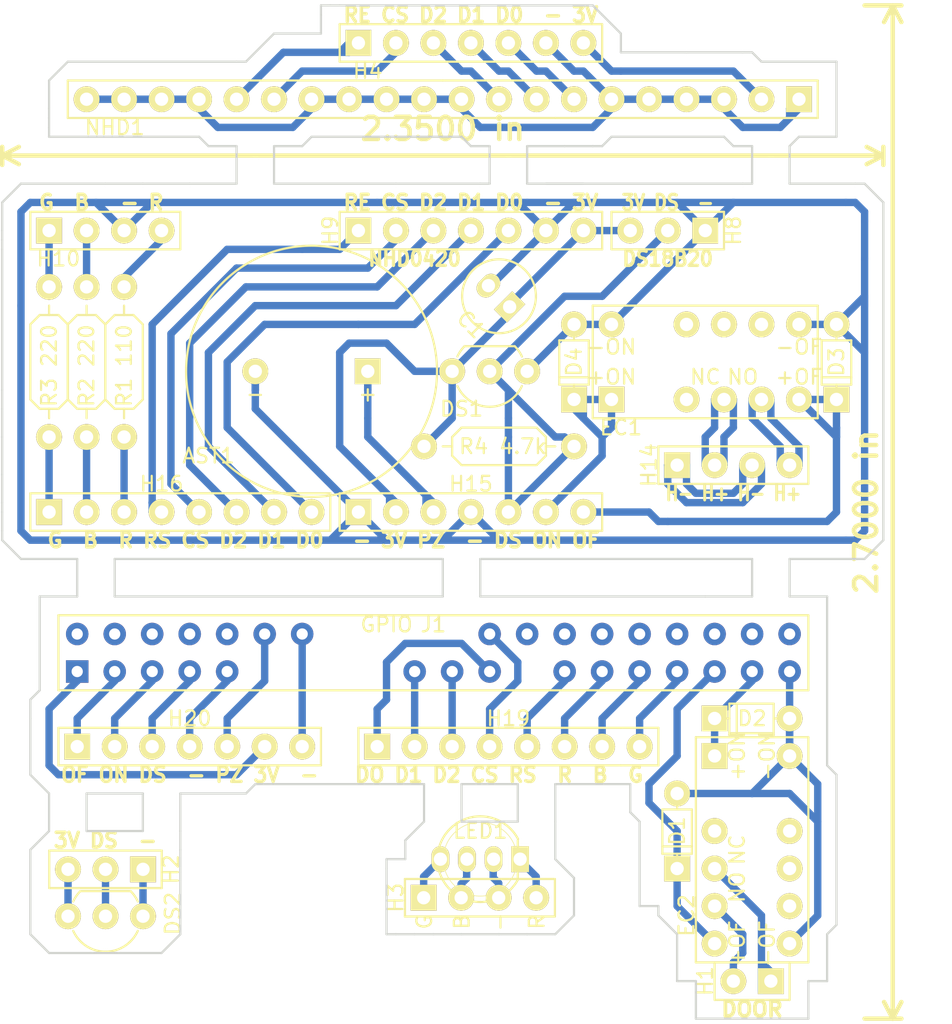
<source format=kicad_pcb>
(kicad_pcb (version 20171130) (host pcbnew 5.0.2-bee76a0~70~ubuntu18.04.1)

  (general
    (thickness 1.6)
    (drawings 172)
    (tracks 349)
    (zones 0)
    (modules 39)
    (nets 76)
  )

  (page A4)
  (title_block
    (title Toveri)
    (company Vaara-kirjastot)
  )

  (layers
    (0 F.Cu signal)
    (31 B.Cu signal)
    (33 F.Adhes user)
    (35 F.Paste user)
    (37 F.SilkS user)
    (38 B.Mask user)
    (39 F.Mask user)
    (40 Dwgs.User user)
    (41 Cmts.User user)
    (42 Eco1.User user)
    (43 Eco2.User user)
    (44 Edge.Cuts user)
    (45 Margin user)
    (47 F.CrtYd user)
    (49 F.Fab user)
  )

  (setup
    (last_trace_width 0.5)
    (trace_clearance 0.4)
    (zone_clearance 0.508)
    (zone_45_only no)
    (trace_min 0.5)
    (segment_width 0.2)
    (edge_width 0.15)
    (via_size 0.6)
    (via_drill 0.4)
    (via_min_size 0.4)
    (via_min_drill 0.3)
    (user_via 1.524 0.762)
    (uvia_size 0.3)
    (uvia_drill 0.1)
    (uvias_allowed no)
    (uvia_min_size 0.2)
    (uvia_min_drill 0.1)
    (pcb_text_width 0.3)
    (pcb_text_size 1.5 1.5)
    (mod_edge_width 0.15)
    (mod_text_size 1 1)
    (mod_text_width 0.15)
    (pad_size 0.9 0.9)
    (pad_drill 0.9)
    (pad_to_mask_clearance 0.2)
    (solder_mask_min_width 0.25)
    (aux_axis_origin 114.935 167.005)
    (grid_origin 114.935 198.12)
    (visible_elements FFFFFF7F)
    (pcbplotparams
      (layerselection 0x010e0_80000001)
      (usegerberextensions false)
      (usegerberattributes false)
      (usegerberadvancedattributes false)
      (creategerberjobfile false)
      (excludeedgelayer true)
      (linewidth 0.100000)
      (plotframeref false)
      (viasonmask false)
      (mode 1)
      (useauxorigin false)
      (hpglpennumber 1)
      (hpglpenspeed 20)
      (hpglpendiameter 15.000000)
      (psnegative false)
      (psa4output false)
      (plotreference true)
      (plotvalue true)
      (plotinvisibletext false)
      (padsonsilk false)
      (subtractmaskfromsilk false)
      (outputformat 1)
      (mirror false)
      (drillshape 0)
      (scaleselection 1)
      (outputdirectory "gerbers/"))
  )

  (net 0 "")
  (net 1 /GND)
  (net 2 /3V3)
  (net 3 "Net-(DS2-Pad2)")
  (net 4 "Net-(DS2-Pad3)")
  (net 5 "Net-(DS2-Pad1)")
  (net 6 /PIEZO)
  (net 7 /HEAT_OFF)
  (net 8 /HEAT_ON)
  (net 9 /DS18B20)
  (net 10 "Net-(H3-Pad1)")
  (net 11 "Net-(H3-Pad2)")
  (net 12 "Net-(H3-Pad3)")
  (net 13 "Net-(H3-Pad4)")
  (net 14 /NHD0420CW_over_SPI/CS)
  (net 15 /NHD0420CW_over_SPI/D2)
  (net 16 /NHD0420CW_over_SPI/D1)
  (net 17 /NHD0420CW_over_SPI/D0)
  (net 18 /NHD0420CW_over_SPI/GND)
  (net 19 /NHD0420CW_over_SPI/3V3)
  (net 20 /NHD0420CW_over_SPI/RES)
  (net 21 "Net-(EC1-Pad3)")
  (net 22 "Net-(EC1-Pad8)")
  (net 23 "Net-(EC1-Pad9)")
  (net 24 "Net-(EC1-Pad10)")
  (net 25 "Net-(J1-Pad2)")
  (net 26 "Net-(J1-Pad4)")
  (net 27 "Net-(J1-Pad6)")
  (net 28 "Net-(J1-Pad8)")
  (net 29 "Net-(J1-Pad10)")
  (net 30 "Net-(J1-Pad28)")
  (net 31 "Net-(J1-Pad30)")
  (net 32 "Net-(J1-Pad32)")
  (net 33 "Net-(J1-Pad34)")
  (net 34 "Net-(J1-Pad36)")
  (net 35 "Net-(J1-Pad38)")
  (net 36 "Net-(J1-Pad40)")
  (net 37 "Net-(EC2-Pad3)")
  (net 38 "Net-(EC2-Pad4)")
  (net 39 "Net-(EC2-Pad5)")
  (net 40 "Net-(EC2-Pad8)")
  (net 41 "Net-(EC2-Pad9)")
  (net 42 "Net-(EC2-Pad10)")
  (net 43 "Net-(J1-Pad26)")
  (net 44 /PiHat_35_doorOFF)
  (net 45 /PiHat_39_doorGND)
  (net 46 /PiHat_37_doorON)
  (net 47 /OLED_RES)
  (net 48 /OLED_CS)
  (net 49 /OLED_D2)
  (net 50 /OLED_D1)
  (net 51 /OLED_D0)
  (net 52 "Net-(H10-Pad1)")
  (net 53 "Net-(H10-Pad2)")
  (net 54 "Net-(H10-Pad4)")
  (net 55 /LED_G)
  (net 56 /LED_B)
  (net 57 /LED_R)
  (net 58 /Heater+)
  (net 59 /HeaterPSU+)
  (net 60 /Heater-)
  (net 61 /PiHat_CLK/SCLK/D0)
  (net 62 /PiHat_MOSI/SDI/D1)
  (net 63 /PiHat_MISO/SDO/D2)
  (net 64 /PiHat_CE0/CS)
  (net 65 /PiHat_RES)
  (net 66 /PiHat_LED_R)
  (net 67 /PiHat_LED_B)
  (net 68 /PiHat_LED_G)
  (net 69 /PiHat_HEAT_OFF)
  (net 70 /PiHat_HEAT_ON)
  (net 71 /PiHat_DS18B20)
  (net 72 /PiHat_GND2)
  (net 73 /PiHat_PIEZO)
  (net 74 /PiHat_3V3)
  (net 75 /PiHat_GND1)

  (net_class Default "This is the default net class."
    (clearance 0.4)
    (trace_width 0.5)
    (via_dia 0.6)
    (via_drill 0.4)
    (uvia_dia 0.3)
    (uvia_drill 0.1)
    (add_net /3V3)
    (add_net /DS18B20)
    (add_net /GND)
    (add_net /HEAT_OFF)
    (add_net /HEAT_ON)
    (add_net /Heater+)
    (add_net /Heater-)
    (add_net /HeaterPSU+)
    (add_net /LED_B)
    (add_net /LED_G)
    (add_net /LED_R)
    (add_net /NHD0420CW_over_SPI/3V3)
    (add_net /NHD0420CW_over_SPI/CS)
    (add_net /NHD0420CW_over_SPI/D0)
    (add_net /NHD0420CW_over_SPI/D1)
    (add_net /NHD0420CW_over_SPI/D2)
    (add_net /NHD0420CW_over_SPI/GND)
    (add_net /NHD0420CW_over_SPI/RES)
    (add_net /OLED_CS)
    (add_net /OLED_D0)
    (add_net /OLED_D1)
    (add_net /OLED_D2)
    (add_net /OLED_RES)
    (add_net /PIEZO)
    (add_net /PiHat_35_doorOFF)
    (add_net /PiHat_37_doorON)
    (add_net /PiHat_39_doorGND)
    (add_net /PiHat_3V3)
    (add_net /PiHat_CE0/CS)
    (add_net /PiHat_CLK/SCLK/D0)
    (add_net /PiHat_DS18B20)
    (add_net /PiHat_GND1)
    (add_net /PiHat_GND2)
    (add_net /PiHat_HEAT_OFF)
    (add_net /PiHat_HEAT_ON)
    (add_net /PiHat_LED_B)
    (add_net /PiHat_LED_G)
    (add_net /PiHat_LED_R)
    (add_net /PiHat_MISO/SDO/D2)
    (add_net /PiHat_MOSI/SDI/D1)
    (add_net /PiHat_PIEZO)
    (add_net /PiHat_RES)
    (add_net "Net-(DS2-Pad1)")
    (add_net "Net-(DS2-Pad2)")
    (add_net "Net-(DS2-Pad3)")
    (add_net "Net-(EC1-Pad10)")
    (add_net "Net-(EC1-Pad3)")
    (add_net "Net-(EC1-Pad8)")
    (add_net "Net-(EC1-Pad9)")
    (add_net "Net-(EC2-Pad10)")
    (add_net "Net-(EC2-Pad3)")
    (add_net "Net-(EC2-Pad4)")
    (add_net "Net-(EC2-Pad5)")
    (add_net "Net-(EC2-Pad8)")
    (add_net "Net-(EC2-Pad9)")
    (add_net "Net-(H10-Pad1)")
    (add_net "Net-(H10-Pad2)")
    (add_net "Net-(H10-Pad4)")
    (add_net "Net-(H3-Pad1)")
    (add_net "Net-(H3-Pad2)")
    (add_net "Net-(H3-Pad3)")
    (add_net "Net-(H3-Pad4)")
    (add_net "Net-(J1-Pad10)")
    (add_net "Net-(J1-Pad2)")
    (add_net "Net-(J1-Pad26)")
    (add_net "Net-(J1-Pad28)")
    (add_net "Net-(J1-Pad30)")
    (add_net "Net-(J1-Pad32)")
    (add_net "Net-(J1-Pad34)")
    (add_net "Net-(J1-Pad36)")
    (add_net "Net-(J1-Pad38)")
    (add_net "Net-(J1-Pad4)")
    (add_net "Net-(J1-Pad40)")
    (add_net "Net-(J1-Pad6)")
    (add_net "Net-(J1-Pad8)")
  )

  (module Koha-Suomi:AST-1732MR-R placed (layer F.Cu) (tedit 5D247DFF) (tstamp 5989AC0E)
    (at 139.7 154.305 180)
    (descr http://www.puiaudio.com/pdf/AST-1732MR-R.pdf)
    (tags Piezo)
    (path /59892846)
    (fp_text reference AST1 (at 10.795 -5.715 180) (layer F.SilkS)
      (effects (font (size 1 1) (thickness 0.15)))
    )
    (fp_text value AST-1732MR-R (at 3.81 -3.81 180) (layer F.Fab) hide
      (effects (font (size 1 1) (thickness 0.15)))
    )
    (fp_circle (center 3.81 0) (end 12.31 0) (layer F.SilkS) (width 0.15))
    (fp_text user + (at 0 -1.524 180) (layer F.SilkS)
      (effects (font (size 1 1) (thickness 0.15)))
    )
    (fp_text user - (at 7.62 -1.524 180) (layer F.SilkS)
      (effects (font (size 1 1) (thickness 0.15)))
    )
    (pad 2 thru_hole circle (at 7.62 0 180) (size 1.75 1.75) (drill 0.9) (layers *.Cu *.Mask F.SilkS)
      (net 1 /GND))
    (pad 1 thru_hole rect (at 0 0 180) (size 1.75 1.75) (drill 0.9) (layers *.Cu *.Mask F.SilkS)
      (net 6 /PIEZO))
  )

  (module Koha-Suomi:Stamp_hole (layer F.Cu) (tedit 5C0DE4AE) (tstamp 5C0DE54F)
    (at 167.005 140.335)
    (fp_text reference "" (at 0 0.5) (layer F.SilkS)
      (effects (font (size 1 1) (thickness 0.15)))
    )
    (fp_text value "" (at 0 -2.54) (layer F.Fab)
      (effects (font (size 1 1) (thickness 0.15)))
    )
    (pad "" np_thru_hole circle (at 0 0) (size 0.9 0.9) (drill 0.9) (layers *.Cu))
  )

  (module Koha-Suomi:Stamp_hole (layer F.Cu) (tedit 5C0DE4A7) (tstamp 5C0DE54A)
    (at 149.225 140.335)
    (fp_text reference "" (at 0 0.5) (layer F.SilkS)
      (effects (font (size 1 1) (thickness 0.15)))
    )
    (fp_text value "" (at 0 -2.54) (layer F.Fab)
      (effects (font (size 1 1) (thickness 0.15)))
    )
    (pad "" np_thru_hole circle (at 0 0) (size 0.9 0.9) (drill 0.9) (layers *.Cu))
  )

  (module Koha-Suomi:Stamp_hole (layer F.Cu) (tedit 5C0DE4A0) (tstamp 5C0DE545)
    (at 132.08 140.335)
    (fp_text reference "" (at 0 0.5) (layer F.SilkS)
      (effects (font (size 1 1) (thickness 0.15)))
    )
    (fp_text value "" (at 0 -2.54) (layer F.Fab)
      (effects (font (size 1 1) (thickness 0.15)))
    )
    (pad "" np_thru_hole circle (at 0 0) (size 0.9 0.9) (drill 0.9) (layers *.Cu))
  )

  (module Koha-Suomi:Stamp_hole (layer F.Cu) (tedit 5C0DE48F) (tstamp 5C0DE541)
    (at 167.005 168.275)
    (fp_text reference "" (at 0 0.5) (layer F.SilkS)
      (effects (font (size 1 1) (thickness 0.15)))
    )
    (fp_text value "" (at 0 -2.54) (layer F.Fab)
      (effects (font (size 1 1) (thickness 0.15)))
    )
    (pad "" np_thru_hole circle (at 0 0) (size 0.9 0.9) (drill 0.9) (layers *.Cu))
  )

  (module Koha-Suomi:Stamp_hole (layer F.Cu) (tedit 5C0DE489) (tstamp 5C0DE53A)
    (at 146.05 168.275)
    (fp_text reference "" (at 0 0.5) (layer F.SilkS)
      (effects (font (size 1 1) (thickness 0.15)))
    )
    (fp_text value "" (at 0 -2.54) (layer F.Fab)
      (effects (font (size 1 1) (thickness 0.15)))
    )
    (pad "" np_thru_hole circle (at 0 0) (size 0.9 0.9) (drill 0.9) (layers *.Cu))
  )

  (module Koha-Suomi:Stamp_hole (layer F.Cu) (tedit 5C0DE496) (tstamp 5C0DE535)
    (at 121.285 168.275)
    (fp_text reference "" (at 0 0.5) (layer F.SilkS)
      (effects (font (size 1 1) (thickness 0.15)))
    )
    (fp_text value "" (at 0 -2.54) (layer F.Fab)
      (effects (font (size 1 1) (thickness 0.15)))
    )
    (pad "" np_thru_hole circle (at 0 0) (size 0.9 0.9) (drill 0.9) (layers *.Cu))
  )

  (module Koha-Suomi:Stamp_hole (layer F.Cu) (tedit 5C0DE482) (tstamp 5C0DE51C)
    (at 151.13 183.515)
    (fp_text reference "" (at 0 0.5) (layer F.SilkS)
      (effects (font (size 1 1) (thickness 0.15)))
    )
    (fp_text value "" (at 0 -2.54) (layer F.Fab)
      (effects (font (size 1 1) (thickness 0.15)))
    )
    (pad "" np_thru_hole circle (at 0 0) (size 0.9 0.9) (drill 0.9) (layers *.Cu))
  )

  (module Koha-Suomi:Stamp_hole (layer F.Cu) (tedit 5C0DE47C) (tstamp 5C0DE505)
    (at 144.78 183.515)
    (fp_text reference "" (at 0 0.5) (layer F.SilkS)
      (effects (font (size 1 1) (thickness 0.15)))
    )
    (fp_text value "" (at 0 -2.54) (layer F.Fab)
      (effects (font (size 1 1) (thickness 0.15)))
    )
    (pad "" np_thru_hole circle (at 0 0) (size 0.9 0.9) (drill 0.9) (layers *.Cu))
  )

  (module Koha-Suomi:Stamp_hole (layer F.Cu) (tedit 5C0DE428) (tstamp 5C0DE500)
    (at 125.73 184.15)
    (fp_text reference "" (at 0 0.5) (layer F.SilkS)
      (effects (font (size 1 1) (thickness 0.15)))
    )
    (fp_text value "" (at 0 -2.54) (layer F.Fab)
      (effects (font (size 1 1) (thickness 0.15)))
    )
    (pad "" np_thru_hole circle (at 0 0) (size 0.9 0.9) (drill 0.9) (layers *.Cu))
  )

  (module Koha-Suomi:WP154A4SUREQBFZGC (layer F.Cu) (tedit 5C0C5EB9) (tstamp 5989CCF7)
    (at 147.32 187.325 270)
    (path /598ADADE)
    (fp_text reference LED1 (at -1.905 0) (layer F.SilkS)
      (effects (font (size 1 1) (thickness 0.15)))
    )
    (fp_text value WP154A4SUREQBFZGC (at 0 -4.2 270) (layer F.Fab) hide
      (effects (font (size 1 1) (thickness 0.15)))
    )
    (fp_text user G (at 4.247571 3.78566 270) (layer F.SilkS)
      (effects (font (size 1 1) (thickness 0.15)))
    )
    (fp_text user B (at 4.247571 1.24566 270) (layer F.SilkS)
      (effects (font (size 1 1) (thickness 0.15)))
    )
    (fp_text user - (at 4.247571 -1.29434 270) (layer F.SilkS)
      (effects (font (size 1 1) (thickness 0.15)))
    )
    (fp_text user R (at 4.247571 -3.83434 270) (layer F.SilkS)
      (effects (font (size 1 1) (thickness 0.15)))
    )
    (fp_line (start -1.27 -2.54) (end 1.27 -2.54) (layer F.SilkS) (width 0.15))
    (fp_arc (start 0 0) (end 2.9 0) (angle -62) (layer F.SilkS) (width 0.15))
    (fp_arc (start 0 0) (end -2.9 0) (angle 62) (layer F.SilkS) (width 0.15))
    (fp_circle (center 0 0) (end 2.5 0) (layer F.SilkS) (width 0.05))
    (fp_arc (start 0 0) (end 0 2.9) (angle 90) (layer F.SilkS) (width 0.15))
    (fp_arc (start 0 0) (end 2.9 0) (angle 90) (layer F.SilkS) (width 0.15))
    (pad 4 thru_hole oval (at 0 2.7 270) (size 1.75 1.2) (drill 0.9) (layers *.Cu *.Mask F.SilkS)
      (net 10 "Net-(H3-Pad1)"))
    (pad 1 thru_hole rect (at 0 -2.7 270) (size 1.75 1.2) (drill 0.9) (layers *.Cu *.Mask F.SilkS)
      (net 13 "Net-(H3-Pad4)"))
    (pad 2 thru_hole oval (at 0 -0.9 270) (size 1.75 1.2) (drill 0.9) (layers *.Cu *.Mask F.SilkS)
      (net 12 "Net-(H3-Pad3)"))
    (pad 3 thru_hole oval (at 0 0.9 270) (size 1.75 1.2) (drill 0.9) (layers *.Cu *.Mask F.SilkS)
      (net 11 "Net-(H3-Pad2)"))
  )

  (module Koha-Suomi:EC2-3TNU (layer F.Cu) (tedit 5C0C390F) (tstamp 5C0C3922)
    (at 163.195 180.34 270)
    (path /5C0CC6F5)
    (fp_text reference EC2 (at 10.795 1.905 270) (layer F.SilkS)
      (effects (font (size 1 1) (thickness 0.15)))
    )
    (fp_text value EC2-3TNU (at 6.35 -7.62 270) (layer F.Fab)
      (effects (font (size 1 1) (thickness 0.15)))
    )
    (fp_text user NO (at 8.89 -1.524 270) (layer F.SilkS)
      (effects (font (size 1 1) (thickness 0.15)))
    )
    (fp_text user NC (at 6.35 -1.524 270) (layer F.SilkS)
      (effects (font (size 1 1) (thickness 0.15)))
    )
    (fp_text user -OF (at 12.7 -3.556 270) (layer F.SilkS)
      (effects (font (size 1 1) (thickness 0.15)))
    )
    (fp_text user -ON (at 0 -3.556 270) (layer F.SilkS)
      (effects (font (size 1 1) (thickness 0.15)))
    )
    (fp_text user +OF (at 12.7 -1.524 270) (layer F.SilkS)
      (effects (font (size 1 1) (thickness 0.15)))
    )
    (fp_text user +ON (at 0 -1.524 270) (layer F.SilkS)
      (effects (font (size 1 1) (thickness 0.15)))
    )
    (fp_line (start -1.27 1.27) (end -1.27 -6.35) (layer F.SilkS) (width 0.15))
    (fp_line (start -1.27 -6.35) (end 13.97 -6.35) (layer F.SilkS) (width 0.15))
    (fp_line (start 13.97 -6.35) (end 13.97 1.27) (layer F.SilkS) (width 0.15))
    (fp_line (start 13.97 1.27) (end -1.27 1.27) (layer F.SilkS) (width 0.15))
    (pad 1 thru_hole rect (at 0 0 270) (size 1.75 1.75) (drill 0.9) (layers *.Cu *.Mask F.SilkS)
      (net 46 /PiHat_37_doorON))
    (pad 3 thru_hole circle (at 5.08 0 270) (size 1.75 1.75) (drill 0.9) (layers *.Cu *.Mask F.SilkS)
      (net 37 "Net-(EC2-Pad3)"))
    (pad 4 thru_hole circle (at 7.62 0 270) (size 1.75 1.75) (drill 0.9) (layers *.Cu *.Mask F.SilkS)
      (net 38 "Net-(EC2-Pad4)"))
    (pad 5 thru_hole circle (at 10.16 0 270) (size 1.75 1.75) (drill 0.9) (layers *.Cu *.Mask F.SilkS)
      (net 39 "Net-(EC2-Pad5)"))
    (pad 6 thru_hole circle (at 12.7 0 270) (size 1.75 1.75) (drill 0.9) (layers *.Cu *.Mask F.SilkS)
      (net 44 /PiHat_35_doorOFF))
    (pad 7 thru_hole circle (at 12.7 -5.08 270) (size 1.75 1.75) (drill 0.9) (layers *.Cu *.Mask F.SilkS)
      (net 45 /PiHat_39_doorGND))
    (pad 8 thru_hole circle (at 10.16 -5.08 270) (size 1.75 1.75) (drill 0.9) (layers *.Cu *.Mask F.SilkS)
      (net 40 "Net-(EC2-Pad8)"))
    (pad 9 thru_hole circle (at 7.62 -5.08 270) (size 1.75 1.75) (drill 0.9) (layers *.Cu *.Mask F.SilkS)
      (net 41 "Net-(EC2-Pad9)"))
    (pad 10 thru_hole circle (at 5.08 -5.08 270) (size 1.75 1.75) (drill 0.9) (layers *.Cu *.Mask F.SilkS)
      (net 42 "Net-(EC2-Pad10)"))
    (pad 12 thru_hole circle (at 0 -5.08 270) (size 1.75 1.75) (drill 0.9) (layers *.Cu *.Mask F.SilkS)
      (net 45 /PiHat_39_doorGND))
  )

  (module Koha-Suomi:Pin_Header_Angled_1x04_Pitch2.54mm placed (layer F.Cu) (tedit 5C0C610C) (tstamp 5989AD2C)
    (at 160.655 160.655)
    (path /59897E7A)
    (fp_text reference H14 (at -1.905 0 90) (layer F.SilkS)
      (effects (font (size 1 1) (thickness 0.15)))
    )
    (fp_text value HEADER_A_1X04 (at 3.81 -2.54) (layer F.Fab) hide
      (effects (font (size 1 1) (thickness 0.15)))
    )
    (fp_line (start -1.27 -1.27) (end 8.89 -1.27) (layer F.SilkS) (width 0.15))
    (fp_line (start 8.89 -1.27) (end 8.89 1.27) (layer F.SilkS) (width 0.15))
    (fp_line (start 8.89 1.27) (end -1.27 1.27) (layer F.SilkS) (width 0.15))
    (fp_line (start -1.27 -1.27) (end -1.27 1.27) (layer F.SilkS) (width 0.15))
    (pad 1 thru_hole rect (at 0 0) (size 1.75 1.75) (drill 0.9) (layers *.Cu *.Mask F.SilkS)
      (net 60 /Heater-))
    (pad 2 thru_hole circle (at 2.54 0) (size 1.75 1.75) (drill 0.9) (layers *.Cu *.Mask F.SilkS)
      (net 58 /Heater+))
    (pad 3 thru_hole circle (at 5.08 0) (size 1.75 1.75) (drill 0.9) (layers *.Cu *.Mask F.SilkS)
      (net 60 /Heater-))
    (pad 4 thru_hole circle (at 7.62 0) (size 1.75 1.75) (drill 0.9) (layers *.Cu *.Mask F.SilkS)
      (net 59 /HeaterPSU+))
  )

  (module Koha-Suomi:Pin_Header_Angled_1x07_Pitch2.54mm placed (layer F.Cu) (tedit 5C0C5FCE) (tstamp 5989AD57)
    (at 139.065 163.83)
    (path /598981D9)
    (fp_text reference H15 (at 7.62 -1.905) (layer F.SilkS)
      (effects (font (size 1 1) (thickness 0.15)))
    )
    (fp_text value HEADER_A_1X07 (at 7.62 -2.54) (layer F.Fab) hide
      (effects (font (size 1 1) (thickness 0.15)))
    )
    (fp_line (start 16.51 -1.27) (end 16.51 1.27) (layer F.SilkS) (width 0.15))
    (fp_line (start -1.27 -1.27) (end -1.27 1.27) (layer F.SilkS) (width 0.15))
    (fp_line (start -1.27 1.27) (end 16.51 1.27) (layer F.SilkS) (width 0.15))
    (fp_line (start 16.51 -1.27) (end -1.27 -1.27) (layer F.SilkS) (width 0.15))
    (pad 1 thru_hole rect (at 0 0) (size 1.75 1.75) (drill 0.9) (layers *.Cu *.Mask F.SilkS)
      (net 1 /GND))
    (pad 2 thru_hole circle (at 2.54 0) (size 1.75 1.75) (drill 0.9) (layers *.Cu *.Mask F.SilkS)
      (net 2 /3V3))
    (pad 3 thru_hole circle (at 5.08 0) (size 1.75 1.75) (drill 0.9) (layers *.Cu *.Mask F.SilkS)
      (net 6 /PIEZO))
    (pad 4 thru_hole circle (at 7.62 0) (size 1.75 1.75) (drill 0.9) (layers *.Cu *.Mask F.SilkS)
      (net 1 /GND))
    (pad 5 thru_hole circle (at 10.16 0) (size 1.75 1.75) (drill 0.9) (layers *.Cu *.Mask F.SilkS)
      (net 9 /DS18B20))
    (pad 6 thru_hole circle (at 12.7 0) (size 1.75 1.75) (drill 0.9) (layers *.Cu *.Mask F.SilkS)
      (net 8 /HEAT_ON))
    (pad 7 thru_hole circle (at 15.24 0) (size 1.75 1.75) (drill 0.9) (layers *.Cu *.Mask F.SilkS)
      (net 7 /HEAT_OFF))
  )

  (module Koha-Suomi:EC2-3TNU placed (layer F.Cu) (tedit 59899E5A) (tstamp 5989AC62)
    (at 156.21 156.21)
    (path /5989C2BB)
    (fp_text reference EC1 (at 0.635 1.905) (layer F.SilkS)
      (effects (font (size 1 1) (thickness 0.15)))
    )
    (fp_text value EC2-3TNU (at 6.35 -7.62) (layer F.Fab) hide
      (effects (font (size 1 1) (thickness 0.15)))
    )
    (fp_text user NO (at 8.89 -1.524) (layer F.SilkS)
      (effects (font (size 1 1) (thickness 0.15)))
    )
    (fp_text user NC (at 6.35 -1.524) (layer F.SilkS)
      (effects (font (size 1 1) (thickness 0.15)))
    )
    (fp_text user -OF (at 12.7 -3.556) (layer F.SilkS)
      (effects (font (size 1 1) (thickness 0.15)))
    )
    (fp_text user -ON (at 0 -3.556) (layer F.SilkS)
      (effects (font (size 1 1) (thickness 0.15)))
    )
    (fp_text user +OF (at 12.7 -1.524) (layer F.SilkS)
      (effects (font (size 1 1) (thickness 0.15)))
    )
    (fp_text user +ON (at 0 -1.524) (layer F.SilkS)
      (effects (font (size 1 1) (thickness 0.15)))
    )
    (fp_line (start -1.27 1.27) (end -1.27 -6.35) (layer F.SilkS) (width 0.15))
    (fp_line (start -1.27 -6.35) (end 13.97 -6.35) (layer F.SilkS) (width 0.15))
    (fp_line (start 13.97 -6.35) (end 13.97 1.27) (layer F.SilkS) (width 0.15))
    (fp_line (start 13.97 1.27) (end -1.27 1.27) (layer F.SilkS) (width 0.15))
    (pad 1 thru_hole rect (at 0 0) (size 1.75 1.75) (drill 0.9) (layers *.Cu *.Mask F.SilkS)
      (net 8 /HEAT_ON))
    (pad 3 thru_hole circle (at 5.08 0) (size 1.75 1.75) (drill 0.9) (layers *.Cu *.Mask F.SilkS)
      (net 21 "Net-(EC1-Pad3)"))
    (pad 4 thru_hole circle (at 7.62 0) (size 1.75 1.75) (drill 0.9) (layers *.Cu *.Mask F.SilkS)
      (net 58 /Heater+))
    (pad 5 thru_hole circle (at 10.16 0) (size 1.75 1.75) (drill 0.9) (layers *.Cu *.Mask F.SilkS)
      (net 59 /HeaterPSU+))
    (pad 6 thru_hole circle (at 12.7 0) (size 1.75 1.75) (drill 0.9) (layers *.Cu *.Mask F.SilkS)
      (net 7 /HEAT_OFF))
    (pad 7 thru_hole circle (at 12.7 -5.08) (size 1.75 1.75) (drill 0.9) (layers *.Cu *.Mask F.SilkS)
      (net 1 /GND))
    (pad 8 thru_hole circle (at 10.16 -5.08) (size 1.75 1.75) (drill 0.9) (layers *.Cu *.Mask F.SilkS)
      (net 22 "Net-(EC1-Pad8)"))
    (pad 9 thru_hole circle (at 7.62 -5.08) (size 1.75 1.75) (drill 0.9) (layers *.Cu *.Mask F.SilkS)
      (net 23 "Net-(EC1-Pad9)"))
    (pad 10 thru_hole circle (at 5.08 -5.08) (size 1.75 1.75) (drill 0.9) (layers *.Cu *.Mask F.SilkS)
      (net 24 "Net-(EC1-Pad10)"))
    (pad 12 thru_hole circle (at 0 -5.08) (size 1.75 1.75) (drill 0.9) (layers *.Cu *.Mask F.SilkS)
      (net 1 /GND))
  )

  (module Koha-Suomi:Pin_Header_Straight_1x07_Pitch2.54mm (layer F.Cu) (tedit 598D93E7) (tstamp 5989FD35)
    (at 139.065 132.08)
    (path /598B2508/598B3472)
    (fp_text reference H4 (at 0.635 1.905) (layer F.SilkS)
      (effects (font (size 1 1) (thickness 0.15)))
    )
    (fp_text value HEADER_S_1X07 (at 7.62 -2.54) (layer F.Fab) hide
      (effects (font (size 1 1) (thickness 0.15)))
    )
    (fp_line (start -1.27 -1.27) (end -1.27 1.27) (layer F.SilkS) (width 0.15))
    (fp_line (start -1.27 1.27) (end 16.51 1.27) (layer F.SilkS) (width 0.15))
    (fp_line (start 16.51 1.27) (end 16.51 -1.27) (layer F.SilkS) (width 0.15))
    (fp_line (start 16.51 -1.27) (end -1.27 -1.27) (layer F.SilkS) (width 0.15))
    (pad 1 thru_hole rect (at 0 0) (size 1.75 1.75) (drill 0.9) (layers *.Cu *.Mask F.SilkS)
      (net 20 /NHD0420CW_over_SPI/RES))
    (pad 2 thru_hole circle (at 2.54 0) (size 1.75 1.75) (drill 0.9) (layers *.Cu *.Mask F.SilkS)
      (net 14 /NHD0420CW_over_SPI/CS))
    (pad 3 thru_hole circle (at 5.08 0) (size 1.75 1.75) (drill 0.9) (layers *.Cu *.Mask F.SilkS)
      (net 15 /NHD0420CW_over_SPI/D2))
    (pad 4 thru_hole circle (at 7.62 0) (size 1.75 1.75) (drill 0.9) (layers *.Cu *.Mask F.SilkS)
      (net 16 /NHD0420CW_over_SPI/D1))
    (pad 5 thru_hole circle (at 10.16 0) (size 1.75 1.75) (drill 0.9) (layers *.Cu *.Mask F.SilkS)
      (net 17 /NHD0420CW_over_SPI/D0))
    (pad 6 thru_hole circle (at 12.7 0) (size 1.75 1.75) (drill 0.9) (layers *.Cu *.Mask F.SilkS)
      (net 18 /NHD0420CW_over_SPI/GND))
    (pad 7 thru_hole circle (at 15.24 0) (size 1.75 1.75) (drill 0.9) (layers *.Cu *.Mask F.SilkS)
      (net 19 /NHD0420CW_over_SPI/3V3))
  )

  (module Koha-Suomi:Pin_Header_Straight_1x20_Pitch2.54mm (layer F.Cu) (tedit 598D93DD) (tstamp 5989FD55)
    (at 168.91 135.89 180)
    (path /598B2508/598B2F34)
    (fp_text reference NHD1 (at 46.355 -1.905 180) (layer F.SilkS)
      (effects (font (size 1 1) (thickness 0.15)))
    )
    (fp_text value NHD-0420CW-AB3 (at 24.13 -2.54 180) (layer F.Fab) hide
      (effects (font (size 1 1) (thickness 0.15)))
    )
    (fp_line (start 24.13 -1.27) (end 49.53 -1.27) (layer F.SilkS) (width 0.15))
    (fp_line (start 49.53 -1.27) (end 49.53 1.27) (layer F.SilkS) (width 0.15))
    (fp_line (start 49.53 1.27) (end 24.13 1.27) (layer F.SilkS) (width 0.15))
    (fp_line (start 16.51 -1.27) (end 24.13 -1.27) (layer F.SilkS) (width 0.15))
    (fp_line (start 24.13 1.27) (end 16.51 1.27) (layer F.SilkS) (width 0.15))
    (fp_line (start -1.27 -1.27) (end -1.27 1.27) (layer F.SilkS) (width 0.15))
    (fp_line (start -1.27 1.27) (end 16.51 1.27) (layer F.SilkS) (width 0.15))
    (fp_line (start 16.51 -1.27) (end -1.27 -1.27) (layer F.SilkS) (width 0.15))
    (pad 1 thru_hole rect (at 0 0 180) (size 1.75 1.75) (drill 0.9) (layers *.Cu *.Mask F.SilkS)
      (net 18 /NHD0420CW_over_SPI/GND))
    (pad 2 thru_hole circle (at 2.54 0 180) (size 1.75 1.75) (drill 0.9) (layers *.Cu *.Mask F.SilkS)
      (net 19 /NHD0420CW_over_SPI/3V3))
    (pad 3 thru_hole circle (at 5.08 0 180) (size 1.75 1.75) (drill 0.9) (layers *.Cu *.Mask F.SilkS)
      (net 18 /NHD0420CW_over_SPI/GND))
    (pad 4 thru_hole circle (at 7.62 0 180) (size 1.75 1.75) (drill 0.9) (layers *.Cu *.Mask F.SilkS)
      (net 18 /NHD0420CW_over_SPI/GND))
    (pad 5 thru_hole circle (at 10.16 0 180) (size 1.75 1.75) (drill 0.9) (layers *.Cu *.Mask F.SilkS)
      (net 18 /NHD0420CW_over_SPI/GND))
    (pad 6 thru_hole circle (at 12.7 0 180) (size 1.75 1.75) (drill 0.9) (layers *.Cu *.Mask F.SilkS)
      (net 18 /NHD0420CW_over_SPI/GND))
    (pad 7 thru_hole circle (at 15.24 0 180) (size 1.75 1.75) (drill 0.9) (layers *.Cu *.Mask F.SilkS)
      (net 17 /NHD0420CW_over_SPI/D0))
    (pad 8 thru_hole circle (at 17.78 0 180) (size 1.75 1.75) (drill 0.9) (layers *.Cu *.Mask F.SilkS)
      (net 16 /NHD0420CW_over_SPI/D1))
    (pad 9 thru_hole circle (at 20.32 0 180) (size 1.75 1.75) (drill 0.9) (layers *.Cu *.Mask F.SilkS)
      (net 15 /NHD0420CW_over_SPI/D2))
    (pad 10 thru_hole circle (at 22.86 0 180) (size 1.75 1.75) (drill 0.9) (layers *.Cu *.Mask F.SilkS)
      (net 18 /NHD0420CW_over_SPI/GND))
    (pad 11 thru_hole circle (at 25.4 0 180) (size 1.75 1.75) (drill 0.9) (layers *.Cu *.Mask F.SilkS)
      (net 18 /NHD0420CW_over_SPI/GND))
    (pad 12 thru_hole circle (at 27.94 0 180) (size 1.75 1.75) (drill 0.9) (layers *.Cu *.Mask F.SilkS)
      (net 18 /NHD0420CW_over_SPI/GND))
    (pad 13 thru_hole circle (at 30.48 0 180) (size 1.75 1.75) (drill 0.9) (layers *.Cu *.Mask F.SilkS)
      (net 18 /NHD0420CW_over_SPI/GND))
    (pad 14 thru_hole circle (at 33.02 0 180) (size 1.75 1.75) (drill 0.9) (layers *.Cu *.Mask F.SilkS)
      (net 18 /NHD0420CW_over_SPI/GND))
    (pad 15 thru_hole circle (at 35.56 0 180) (size 1.75 1.75) (drill 0.9) (layers *.Cu *.Mask F.SilkS)
      (net 14 /NHD0420CW_over_SPI/CS))
    (pad 16 thru_hole circle (at 38.1 0 180) (size 1.75 1.75) (drill 0.9) (layers *.Cu *.Mask F.SilkS)
      (net 20 /NHD0420CW_over_SPI/RES))
    (pad 17 thru_hole circle (at 40.64 0 180) (size 1.75 1.75) (drill 0.9) (layers *.Cu *.Mask F.SilkS)
      (net 18 /NHD0420CW_over_SPI/GND))
    (pad 18 thru_hole circle (at 43.18 0 180) (size 1.75 1.75) (drill 0.9) (layers *.Cu *.Mask F.SilkS)
      (net 18 /NHD0420CW_over_SPI/GND))
    (pad 19 thru_hole circle (at 45.72 0 180) (size 1.75 1.75) (drill 0.9) (layers *.Cu *.Mask F.SilkS)
      (net 18 /NHD0420CW_over_SPI/GND))
    (pad 20 thru_hole circle (at 48.26 0 180) (size 1.75 1.75) (drill 0.9) (layers *.Cu *.Mask F.SilkS)
      (net 18 /NHD0420CW_over_SPI/GND))
  )

  (module Koha-Suomi:UMW0G101MDD placed (layer F.Cu) (tedit 5C0C6B6A) (tstamp 5989AC15)
    (at 148.59 149.225 135)
    (path /57BC47D3)
    (fp_text reference C1 (at 0 -2.694077 315) (layer F.SilkS)
      (effects (font (size 1 1) (thickness 0.15)))
    )
    (fp_text value CP (at 0 -3.302 135) (layer F.Fab) hide
      (effects (font (size 1 1) (thickness 0.15)))
    )
    (fp_circle (center 0 0) (end 2.5 0) (layer F.SilkS) (width 0.15))
    (pad 1 thru_hole rect (at -1.015999 0 135) (size 1.25 1.75) (drill 0.9) (layers *.Cu *.Mask F.SilkS)
      (net 2 /3V3))
    (pad 2 thru_hole oval (at 1.015999 0 135) (size 1.25 1.75) (drill 0.9) (layers *.Cu *.Mask F.SilkS)
      (net 1 /GND))
  )

  (module Koha-Suomi:1N4154TAP placed (layer F.Cu) (tedit 59899DE8) (tstamp 5989AC2F)
    (at 171.45 156.21 90)
    (path /5989E791)
    (fp_text reference D3 (at 2.54 0 90) (layer F.SilkS)
      (effects (font (size 1 1) (thickness 0.15)))
    )
    (fp_text value D (at 2.54 -2.54 90) (layer F.Fab) hide
      (effects (font (size 1 1) (thickness 0.15)))
    )
    (fp_line (start 4 0) (end 4.25 0) (layer F.SilkS) (width 0.15))
    (fp_line (start 1 0) (end 0.75 0) (layer F.SilkS) (width 0.15))
    (fp_line (start 1.5 1) (end 1.5 -1) (layer F.SilkS) (width 0.15))
    (fp_line (start 1 -1) (end 1 1) (layer F.SilkS) (width 0.15))
    (fp_line (start 1 1) (end 4 1) (layer F.SilkS) (width 0.15))
    (fp_line (start 4 1) (end 4 -1) (layer F.SilkS) (width 0.15))
    (fp_line (start 4 -1) (end 1 -1) (layer F.SilkS) (width 0.15))
    (pad 1 thru_hole rect (at 0 0 90) (size 1.75 1.75) (drill 0.9) (layers *.Cu *.Mask F.SilkS)
      (net 7 /HEAT_OFF))
    (pad 2 thru_hole circle (at 5.08 0 90) (size 1.75 1.75) (drill 0.9) (layers *.Cu *.Mask F.SilkS)
      (net 1 /GND))
  )

  (module Koha-Suomi:1N4154TAP placed (layer F.Cu) (tedit 59899DE5) (tstamp 5989AC3C)
    (at 153.67 156.21 90)
    (path /5989E068)
    (fp_text reference D4 (at 2.54 0 90) (layer F.SilkS)
      (effects (font (size 1 1) (thickness 0.15)))
    )
    (fp_text value D (at 2.54 -2.54 90) (layer F.Fab) hide
      (effects (font (size 1 1) (thickness 0.15)))
    )
    (fp_line (start 4 0) (end 4.25 0) (layer F.SilkS) (width 0.15))
    (fp_line (start 1 0) (end 0.75 0) (layer F.SilkS) (width 0.15))
    (fp_line (start 1.5 1) (end 1.5 -1) (layer F.SilkS) (width 0.15))
    (fp_line (start 1 -1) (end 1 1) (layer F.SilkS) (width 0.15))
    (fp_line (start 1 1) (end 4 1) (layer F.SilkS) (width 0.15))
    (fp_line (start 4 1) (end 4 -1) (layer F.SilkS) (width 0.15))
    (fp_line (start 4 -1) (end 1 -1) (layer F.SilkS) (width 0.15))
    (pad 1 thru_hole rect (at 0 0 90) (size 1.75 1.75) (drill 0.9) (layers *.Cu *.Mask F.SilkS)
      (net 8 /HEAT_ON))
    (pad 2 thru_hole circle (at 5.08 0 90) (size 1.75 1.75) (drill 0.9) (layers *.Cu *.Mask F.SilkS)
      (net 1 /GND))
  )

  (module Koha-Suomi:Pin_Header_Straight_1x03_Pitch2.54mm placed (layer F.Cu) (tedit 5989A10D) (tstamp 5989AC89)
    (at 124.472765 188.012605 180)
    (path /59897338)
    (fp_text reference H2 (at -1.905 0 270) (layer F.SilkS)
      (effects (font (size 1 1) (thickness 0.15)))
    )
    (fp_text value HEADER_S_1X03 (at 3.81 -2.54 180) (layer F.Fab) hide
      (effects (font (size 1 1) (thickness 0.15)))
    )
    (fp_line (start -1.27 -1.27) (end 6.35 -1.27) (layer F.SilkS) (width 0.15))
    (fp_line (start 6.35 -1.27) (end 6.35 1.27) (layer F.SilkS) (width 0.15))
    (fp_line (start 6.35 1.27) (end -1.27 1.27) (layer F.SilkS) (width 0.15))
    (fp_line (start -1.27 -1.27) (end -1.27 1.27) (layer F.SilkS) (width 0.15))
    (pad 1 thru_hole rect (at 0 0 180) (size 1.75 1.75) (drill 0.9) (layers *.Cu *.Mask F.SilkS)
      (net 5 "Net-(DS2-Pad1)"))
    (pad 2 thru_hole circle (at 2.54 0 180) (size 1.75 1.75) (drill 0.9) (layers *.Cu *.Mask F.SilkS)
      (net 3 "Net-(DS2-Pad2)"))
    (pad 3 thru_hole circle (at 5.08 0 180) (size 1.75 1.75) (drill 0.9) (layers *.Cu *.Mask F.SilkS)
      (net 4 "Net-(DS2-Pad3)"))
  )

  (module Koha-Suomi:Pin_Header_Straight_1x03_Pitch2.54mm placed (layer F.Cu) (tedit 5C0C617C) (tstamp 5989ACD5)
    (at 162.56 144.78 180)
    (path /59897297)
    (fp_text reference H8 (at -1.905 0 90) (layer F.SilkS)
      (effects (font (size 1 1) (thickness 0.15)))
    )
    (fp_text value HEADER_S_1X03 (at 3.81 -2.54 180) (layer F.Fab) hide
      (effects (font (size 1 1) (thickness 0.15)))
    )
    (fp_line (start -1.27 -1.27) (end 6.35 -1.27) (layer F.SilkS) (width 0.15))
    (fp_line (start 6.35 -1.27) (end 6.35 1.27) (layer F.SilkS) (width 0.15))
    (fp_line (start 6.35 1.27) (end -1.27 1.27) (layer F.SilkS) (width 0.15))
    (fp_line (start -1.27 -1.27) (end -1.27 1.27) (layer F.SilkS) (width 0.15))
    (pad 1 thru_hole rect (at 0 0 180) (size 1.75 1.75) (drill 0.9) (layers *.Cu *.Mask F.SilkS)
      (net 1 /GND))
    (pad 2 thru_hole circle (at 2.54 0 180) (size 1.75 1.75) (drill 0.9) (layers *.Cu *.Mask F.SilkS)
      (net 9 /DS18B20))
    (pad 3 thru_hole circle (at 5.08 0 180) (size 1.75 1.75) (drill 0.9) (layers *.Cu *.Mask F.SilkS)
      (net 2 /3V3))
  )

  (module Koha-Suomi:Pin_Header_Straight_1x07_Pitch2.54mm placed (layer F.Cu) (tedit 5C0C61D1) (tstamp 5989ACE4)
    (at 139.065 144.78)
    (path /598A60F0)
    (fp_text reference H9 (at -1.905 0 90) (layer F.SilkS)
      (effects (font (size 1 1) (thickness 0.15)))
    )
    (fp_text value HEADER_S_1X07 (at 7.62 -2.54) (layer F.Fab) hide
      (effects (font (size 1 1) (thickness 0.15)))
    )
    (fp_line (start -1.27 -1.27) (end -1.27 1.27) (layer F.SilkS) (width 0.15))
    (fp_line (start -1.27 1.27) (end 16.51 1.27) (layer F.SilkS) (width 0.15))
    (fp_line (start 16.51 1.27) (end 16.51 -1.27) (layer F.SilkS) (width 0.15))
    (fp_line (start 16.51 -1.27) (end -1.27 -1.27) (layer F.SilkS) (width 0.15))
    (pad 1 thru_hole rect (at 0 0) (size 1.75 1.75) (drill 0.9) (layers *.Cu *.Mask F.SilkS)
      (net 47 /OLED_RES))
    (pad 2 thru_hole circle (at 2.54 0) (size 1.75 1.75) (drill 0.9) (layers *.Cu *.Mask F.SilkS)
      (net 48 /OLED_CS))
    (pad 3 thru_hole circle (at 5.08 0) (size 1.75 1.75) (drill 0.9) (layers *.Cu *.Mask F.SilkS)
      (net 49 /OLED_D2))
    (pad 4 thru_hole circle (at 7.62 0) (size 1.75 1.75) (drill 0.9) (layers *.Cu *.Mask F.SilkS)
      (net 50 /OLED_D1))
    (pad 5 thru_hole circle (at 10.16 0) (size 1.75 1.75) (drill 0.9) (layers *.Cu *.Mask F.SilkS)
      (net 51 /OLED_D0))
    (pad 6 thru_hole circle (at 12.7 0) (size 1.75 1.75) (drill 0.9) (layers *.Cu *.Mask F.SilkS)
      (net 1 /GND))
    (pad 7 thru_hole circle (at 15.24 0) (size 1.75 1.75) (drill 0.9) (layers *.Cu *.Mask F.SilkS)
      (net 2 /3V3))
  )

  (module Koha-Suomi:Pin_Header_Straight_1x04_Pitch2.54mm placed (layer F.Cu) (tedit 59899E17) (tstamp 5989ACF0)
    (at 118.11 144.78)
    (path /598963E2)
    (fp_text reference H10 (at 0.635 1.905) (layer F.SilkS)
      (effects (font (size 1 1) (thickness 0.15)))
    )
    (fp_text value HEADER_S_1X04 (at 5.08 -2.54) (layer F.Fab) hide
      (effects (font (size 1 1) (thickness 0.15)))
    )
    (fp_line (start -1.27 -1.27) (end 8.89 -1.27) (layer F.SilkS) (width 0.15))
    (fp_line (start 8.89 -1.27) (end 8.89 1.27) (layer F.SilkS) (width 0.15))
    (fp_line (start 8.89 1.27) (end -1.27 1.27) (layer F.SilkS) (width 0.15))
    (fp_line (start -1.27 -1.27) (end -1.27 1.27) (layer F.SilkS) (width 0.15))
    (pad 1 thru_hole rect (at 0 0) (size 1.75 1.75) (drill 0.9) (layers *.Cu *.Mask F.SilkS)
      (net 52 "Net-(H10-Pad1)"))
    (pad 2 thru_hole circle (at 2.54 0) (size 1.75 1.75) (drill 0.9) (layers *.Cu *.Mask F.SilkS)
      (net 53 "Net-(H10-Pad2)"))
    (pad 3 thru_hole circle (at 5.08 0) (size 1.75 1.75) (drill 0.9) (layers *.Cu *.Mask F.SilkS)
      (net 1 /GND))
    (pad 4 thru_hole circle (at 7.62 0) (size 1.75 1.75) (drill 0.9) (layers *.Cu *.Mask F.SilkS)
      (net 54 "Net-(H10-Pad4)"))
  )

  (module Koha-Suomi:Resistor_ThroughHole_6.3x2.3mm_Spacing2.54mm (layer F.Cu) (tedit 5C0C6A6F) (tstamp 5989C296)
    (at 123.19 158.75 90)
    (tags "Resistor R ThroughHole")
    (path /57BC9DFD)
    (fp_text reference "R1 110" (at 4.826 0 90) (layer F.SilkS)
      (effects (font (size 1 1) (thickness 0.15)))
    )
    (fp_text value 110 (at 5.08 -2.54 90) (layer F.Fab) hide
      (effects (font (size 1 1) (thickness 0.15)))
    )
    (fp_line (start 8.255 0) (end 8.89 0) (layer F.SilkS) (width 0.15))
    (fp_line (start 1.905 0) (end 1.27 0) (layer F.SilkS) (width 0.15))
    (fp_line (start 1.905 0) (end 1.905 -0.635) (layer F.SilkS) (width 0.15))
    (fp_line (start 1.905 -0.635) (end 2.54 -1.27) (layer F.SilkS) (width 0.15))
    (fp_line (start 2.54 -1.27) (end 7.62 -1.27) (layer F.SilkS) (width 0.15))
    (fp_line (start 7.62 -1.27) (end 8.255 -0.635) (layer F.SilkS) (width 0.15))
    (fp_line (start 8.255 -0.635) (end 8.255 0.635) (layer F.SilkS) (width 0.15))
    (fp_line (start 8.255 0.635) (end 7.62 1.27) (layer F.SilkS) (width 0.15))
    (fp_line (start 7.62 1.27) (end 2.54 1.27) (layer F.SilkS) (width 0.15))
    (fp_line (start 2.54 1.27) (end 1.905 0.635) (layer F.SilkS) (width 0.15))
    (fp_line (start 1.905 0.635) (end 1.905 0) (layer F.SilkS) (width 0.15))
    (pad 1 thru_hole circle (at 0 0 90) (size 1.75 1.75) (drill 0.9) (layers *.Cu *.Mask F.SilkS)
      (net 57 /LED_R))
    (pad 2 thru_hole circle (at 10.16 0 90) (size 1.75 1.75) (drill 0.9) (layers *.Cu *.Mask F.SilkS)
      (net 54 "Net-(H10-Pad4)"))
  )

  (module Koha-Suomi:Resistor_ThroughHole_6.3x2.3mm_Spacing2.54mm (layer F.Cu) (tedit 5C0C6A6A) (tstamp 5989C2A7)
    (at 120.65 158.75 90)
    (tags "Resistor R ThroughHole")
    (path /57BC9FE5)
    (fp_text reference "R2 220" (at 4.826 0 90) (layer F.SilkS)
      (effects (font (size 1 1) (thickness 0.15)))
    )
    (fp_text value 220 (at 5.08 -2.54 90) (layer F.Fab) hide
      (effects (font (size 1 1) (thickness 0.15)))
    )
    (fp_line (start 8.255 0) (end 8.89 0) (layer F.SilkS) (width 0.15))
    (fp_line (start 1.905 0) (end 1.27 0) (layer F.SilkS) (width 0.15))
    (fp_line (start 1.905 0) (end 1.905 -0.635) (layer F.SilkS) (width 0.15))
    (fp_line (start 1.905 -0.635) (end 2.54 -1.27) (layer F.SilkS) (width 0.15))
    (fp_line (start 2.54 -1.27) (end 7.62 -1.27) (layer F.SilkS) (width 0.15))
    (fp_line (start 7.62 -1.27) (end 8.255 -0.635) (layer F.SilkS) (width 0.15))
    (fp_line (start 8.255 -0.635) (end 8.255 0.635) (layer F.SilkS) (width 0.15))
    (fp_line (start 8.255 0.635) (end 7.62 1.27) (layer F.SilkS) (width 0.15))
    (fp_line (start 7.62 1.27) (end 2.54 1.27) (layer F.SilkS) (width 0.15))
    (fp_line (start 2.54 1.27) (end 1.905 0.635) (layer F.SilkS) (width 0.15))
    (fp_line (start 1.905 0.635) (end 1.905 0) (layer F.SilkS) (width 0.15))
    (pad 1 thru_hole circle (at 0 0 90) (size 1.75 1.75) (drill 0.9) (layers *.Cu *.Mask F.SilkS)
      (net 56 /LED_B))
    (pad 2 thru_hole circle (at 10.16 0 90) (size 1.75 1.75) (drill 0.9) (layers *.Cu *.Mask F.SilkS)
      (net 53 "Net-(H10-Pad2)"))
  )

  (module Koha-Suomi:Resistor_ThroughHole_6.3x2.3mm_Spacing2.54mm (layer F.Cu) (tedit 5C0C6A73) (tstamp 5989C2B8)
    (at 118.11 158.75 90)
    (tags "Resistor R ThroughHole")
    (path /57BCA0AF)
    (fp_text reference "R3 220" (at 4.826 0 90) (layer F.SilkS)
      (effects (font (size 1 1) (thickness 0.15)))
    )
    (fp_text value 220 (at 5.08 -2.54 90) (layer F.Fab) hide
      (effects (font (size 1 1) (thickness 0.15)))
    )
    (fp_line (start 8.255 0) (end 8.89 0) (layer F.SilkS) (width 0.15))
    (fp_line (start 1.905 0) (end 1.27 0) (layer F.SilkS) (width 0.15))
    (fp_line (start 1.905 0) (end 1.905 -0.635) (layer F.SilkS) (width 0.15))
    (fp_line (start 1.905 -0.635) (end 2.54 -1.27) (layer F.SilkS) (width 0.15))
    (fp_line (start 2.54 -1.27) (end 7.62 -1.27) (layer F.SilkS) (width 0.15))
    (fp_line (start 7.62 -1.27) (end 8.255 -0.635) (layer F.SilkS) (width 0.15))
    (fp_line (start 8.255 -0.635) (end 8.255 0.635) (layer F.SilkS) (width 0.15))
    (fp_line (start 8.255 0.635) (end 7.62 1.27) (layer F.SilkS) (width 0.15))
    (fp_line (start 7.62 1.27) (end 2.54 1.27) (layer F.SilkS) (width 0.15))
    (fp_line (start 2.54 1.27) (end 1.905 0.635) (layer F.SilkS) (width 0.15))
    (fp_line (start 1.905 0.635) (end 1.905 0) (layer F.SilkS) (width 0.15))
    (pad 1 thru_hole circle (at 0 0 90) (size 1.75 1.75) (drill 0.9) (layers *.Cu *.Mask F.SilkS)
      (net 55 /LED_G))
    (pad 2 thru_hole circle (at 10.16 0 90) (size 1.75 1.75) (drill 0.9) (layers *.Cu *.Mask F.SilkS)
      (net 52 "Net-(H10-Pad1)"))
  )

  (module Koha-Suomi:Resistor_ThroughHole_6.3x2.3mm_Spacing2.54mm (layer F.Cu) (tedit 5C0C6A92) (tstamp 5989C2C9)
    (at 153.67 159.385 180)
    (tags "Resistor R ThroughHole")
    (path /57BC80CD)
    (fp_text reference "R4 4.7k" (at 4.826 0 180) (layer F.SilkS)
      (effects (font (size 1 1) (thickness 0.15)))
    )
    (fp_text value 4.7k (at 5.08 -2.54 180) (layer F.Fab) hide
      (effects (font (size 1 1) (thickness 0.15)))
    )
    (fp_line (start 8.255 0) (end 8.89 0) (layer F.SilkS) (width 0.15))
    (fp_line (start 1.905 0) (end 1.27 0) (layer F.SilkS) (width 0.15))
    (fp_line (start 1.905 0) (end 1.905 -0.635) (layer F.SilkS) (width 0.15))
    (fp_line (start 1.905 -0.635) (end 2.54 -1.27) (layer F.SilkS) (width 0.15))
    (fp_line (start 2.54 -1.27) (end 7.62 -1.27) (layer F.SilkS) (width 0.15))
    (fp_line (start 7.62 -1.27) (end 8.255 -0.635) (layer F.SilkS) (width 0.15))
    (fp_line (start 8.255 -0.635) (end 8.255 0.635) (layer F.SilkS) (width 0.15))
    (fp_line (start 8.255 0.635) (end 7.62 1.27) (layer F.SilkS) (width 0.15))
    (fp_line (start 7.62 1.27) (end 2.54 1.27) (layer F.SilkS) (width 0.15))
    (fp_line (start 2.54 1.27) (end 1.905 0.635) (layer F.SilkS) (width 0.15))
    (fp_line (start 1.905 0.635) (end 1.905 0) (layer F.SilkS) (width 0.15))
    (pad 1 thru_hole circle (at 0 0 180) (size 1.75 1.75) (drill 0.9) (layers *.Cu *.Mask F.SilkS)
      (net 9 /DS18B20))
    (pad 2 thru_hole circle (at 10.16 0 180) (size 1.75 1.75) (drill 0.9) (layers *.Cu *.Mask F.SilkS)
      (net 2 /3V3))
  )

  (module Koha-Suomi:TO-92_Inline_Wide (layer F.Cu) (tedit 5C0C6AF5) (tstamp 5989C38C)
    (at 150.495 154.305 180)
    (descr "TO-92 leads in-line, wide, drill 0.8mm (see NXP sot054_po.pdf)")
    (tags "to-92 sc-43 sc-43a sot54 PA33 transistor")
    (path /57BE9EC4)
    (fp_text reference DS1 (at 4.445 -2.54) (layer F.SilkS)
      (effects (font (size 1 1) (thickness 0.15)))
    )
    (fp_text value DS18B20+ (at 2.54 -3.81 180) (layer F.Fab) hide
      (effects (font (size 1 1) (thickness 0.15)))
    )
    (fp_arc (start 2.54 0) (end 0.84 1.7) (angle 20.5) (layer F.SilkS) (width 0.15))
    (fp_arc (start 2.54 0) (end 4.24 1.7) (angle -20.5) (layer F.SilkS) (width 0.15))
    (fp_line (start -1 1.95) (end -1 -2.65) (layer F.CrtYd) (width 0.05))
    (fp_line (start -1 1.95) (end 6.1 1.95) (layer F.CrtYd) (width 0.05))
    (fp_line (start 0.84 1.7) (end 4.24 1.7) (layer F.SilkS) (width 0.15))
    (fp_arc (start 2.54 0) (end 2.54 -2.4) (angle -65.55604127) (layer F.SilkS) (width 0.15))
    (fp_arc (start 2.54 0) (end 2.54 -2.4) (angle 65.55604127) (layer F.SilkS) (width 0.15))
    (fp_line (start -1 -2.65) (end 6.1 -2.65) (layer F.CrtYd) (width 0.05))
    (fp_line (start 6.1 1.95) (end 6.1 -2.65) (layer F.CrtYd) (width 0.05))
    (pad 2 thru_hole circle (at 2.54 0 270) (size 1.75 1.75) (drill 0.9) (layers *.Cu *.Mask F.SilkS)
      (net 9 /DS18B20))
    (pad 3 thru_hole circle (at 5.08 0 270) (size 1.75 1.75) (drill 0.9) (layers *.Cu *.Mask F.SilkS)
      (net 2 /3V3))
    (pad 1 thru_hole circle (at 0 0 270) (size 1.75 1.75) (drill 0.9) (layers *.Cu *.Mask F.SilkS)
      (net 1 /GND))
    (model TO_SOT_Packages_THT.3dshapes/TO-92_Inline_Wide.wrl
      (offset (xyz 2.539999961853027 0 0))
      (scale (xyz 1 1 1))
      (rotate (xyz 0 0 -90))
    )
  )

  (module Koha-Suomi:TO-92_Inline_Wide (layer F.Cu) (tedit 5989A8B1) (tstamp 5989C393)
    (at 124.472764 191.187606 180)
    (descr "TO-92 leads in-line, wide, drill 0.8mm (see NXP sot054_po.pdf)")
    (tags "to-92 sc-43 sc-43a sot54 PA33 transistor")
    (path /598A2056)
    (fp_text reference DS2 (at -2.019236 0.179606 90) (layer F.SilkS)
      (effects (font (size 1 1) (thickness 0.15)))
    )
    (fp_text value DS18B20+ (at 2.54 -3.81 180) (layer F.Fab) hide
      (effects (font (size 1 1) (thickness 0.15)))
    )
    (fp_arc (start 2.54 0) (end 0.84 1.7) (angle 20.5) (layer F.SilkS) (width 0.15))
    (fp_arc (start 2.54 0) (end 4.24 1.7) (angle -20.5) (layer F.SilkS) (width 0.15))
    (fp_line (start -1 1.95) (end -1 -2.65) (layer F.CrtYd) (width 0.05))
    (fp_line (start -1 1.95) (end 6.1 1.95) (layer F.CrtYd) (width 0.05))
    (fp_line (start 0.84 1.7) (end 4.24 1.7) (layer F.SilkS) (width 0.15))
    (fp_arc (start 2.54 0) (end 2.54 -2.4) (angle -65.55604127) (layer F.SilkS) (width 0.15))
    (fp_arc (start 2.54 0) (end 2.54 -2.4) (angle 65.55604127) (layer F.SilkS) (width 0.15))
    (fp_line (start -1 -2.65) (end 6.1 -2.65) (layer F.CrtYd) (width 0.05))
    (fp_line (start 6.1 1.95) (end 6.1 -2.65) (layer F.CrtYd) (width 0.05))
    (pad 2 thru_hole circle (at 2.54 0 270) (size 1.75 1.75) (drill 0.9) (layers *.Cu *.Mask F.SilkS)
      (net 3 "Net-(DS2-Pad2)"))
    (pad 3 thru_hole circle (at 5.08 0 270) (size 1.75 1.75) (drill 0.9) (layers *.Cu *.Mask F.SilkS)
      (net 4 "Net-(DS2-Pad3)"))
    (pad 1 thru_hole circle (at 0 0 270) (size 1.75 1.75) (drill 0.9) (layers *.Cu *.Mask F.SilkS)
      (net 5 "Net-(DS2-Pad1)"))
    (model TO_SOT_Packages_THT.3dshapes/TO-92_Inline_Wide.wrl
      (offset (xyz 2.539999961853027 0 0))
      (scale (xyz 1 1 1))
      (rotate (xyz 0 0 -90))
    )
  )

  (module Koha-Suomi:Pin_Header_Straight_1x04_Pitch2.54mm (layer F.Cu) (tedit 59899FA2) (tstamp 5989C8D2)
    (at 143.48566 189.935429)
    (path /59895FEB)
    (fp_text reference H3 (at -1.905 0 90) (layer F.SilkS)
      (effects (font (size 1 1) (thickness 0.15)))
    )
    (fp_text value HEADER_S_1X04 (at 5.08 -2.54) (layer F.Fab) hide
      (effects (font (size 1 1) (thickness 0.15)))
    )
    (fp_line (start -1.27 -1.27) (end 8.89 -1.27) (layer F.SilkS) (width 0.15))
    (fp_line (start 8.89 -1.27) (end 8.89 1.27) (layer F.SilkS) (width 0.15))
    (fp_line (start 8.89 1.27) (end -1.27 1.27) (layer F.SilkS) (width 0.15))
    (fp_line (start -1.27 -1.27) (end -1.27 1.27) (layer F.SilkS) (width 0.15))
    (pad 1 thru_hole rect (at 0 0) (size 1.75 1.75) (drill 0.9) (layers *.Cu *.Mask F.SilkS)
      (net 10 "Net-(H3-Pad1)"))
    (pad 2 thru_hole circle (at 2.54 0) (size 1.75 1.75) (drill 0.9) (layers *.Cu *.Mask F.SilkS)
      (net 11 "Net-(H3-Pad2)"))
    (pad 3 thru_hole circle (at 5.08 0) (size 1.75 1.75) (drill 0.9) (layers *.Cu *.Mask F.SilkS)
      (net 12 "Net-(H3-Pad3)"))
    (pad 4 thru_hole circle (at 7.62 0) (size 1.75 1.75) (drill 0.9) (layers *.Cu *.Mask F.SilkS)
      (net 13 "Net-(H3-Pad4)"))
  )

  (module Koha-Suomi:Pin_Header_Angled_1x08_Pitch2.54mm placed (layer F.Cu) (tedit 5C0C2FC0) (tstamp 5C0C2F74)
    (at 140.335 179.705)
    (path /5C09D9B8)
    (fp_text reference H19 (at 8.89 -1.905) (layer F.SilkS)
      (effects (font (size 1 1) (thickness 0.15)))
    )
    (fp_text value HEADER_A_1X08 (at 8.89 -2.54) (layer F.Fab) hide
      (effects (font (size 1 1) (thickness 0.15)))
    )
    (fp_line (start 16.51 -1.27) (end 19.05 -1.27) (layer F.SilkS) (width 0.15))
    (fp_line (start 19.05 -1.27) (end 19.05 1.27) (layer F.SilkS) (width 0.15))
    (fp_line (start 19.05 1.27) (end 16.51 1.27) (layer F.SilkS) (width 0.15))
    (fp_line (start -1.27 -1.27) (end -1.27 1.27) (layer F.SilkS) (width 0.15))
    (fp_line (start -1.27 1.27) (end 16.51 1.27) (layer F.SilkS) (width 0.15))
    (fp_line (start 16.51 -1.27) (end -1.27 -1.27) (layer F.SilkS) (width 0.15))
    (pad 1 thru_hole rect (at 0 0) (size 1.75 1.75) (drill 0.9) (layers *.Cu *.Mask F.SilkS)
      (net 61 /PiHat_CLK/SCLK/D0))
    (pad 2 thru_hole circle (at 2.54 0) (size 1.75 1.75) (drill 0.9) (layers *.Cu *.Mask F.SilkS)
      (net 62 /PiHat_MOSI/SDI/D1))
    (pad 3 thru_hole circle (at 5.08 0) (size 1.75 1.75) (drill 0.9) (layers *.Cu *.Mask F.SilkS)
      (net 63 /PiHat_MISO/SDO/D2))
    (pad 4 thru_hole circle (at 7.62 0) (size 1.75 1.75) (drill 0.9) (layers *.Cu *.Mask F.SilkS)
      (net 64 /PiHat_CE0/CS))
    (pad 5 thru_hole circle (at 10.16 0) (size 1.75 1.75) (drill 0.9) (layers *.Cu *.Mask F.SilkS)
      (net 65 /PiHat_RES))
    (pad 6 thru_hole circle (at 12.7 0) (size 1.75 1.75) (drill 0.9) (layers *.Cu *.Mask F.SilkS)
      (net 66 /PiHat_LED_R))
    (pad 7 thru_hole circle (at 15.24 0) (size 1.75 1.75) (drill 0.9) (layers *.Cu *.Mask F.SilkS)
      (net 67 /PiHat_LED_B))
    (pad 8 thru_hole circle (at 17.78 0) (size 1.75 1.75) (drill 0.9) (layers *.Cu *.Mask F.SilkS)
      (net 68 /PiHat_LED_G))
  )

  (module Koha-Suomi:Pin_Header_Angled_1x07_Pitch2.54mm placed (layer F.Cu) (tedit 5C0C2FC4) (tstamp 5C0C2F83)
    (at 120.015 179.705)
    (path /5C0A49D7)
    (fp_text reference H20 (at 7.62 -1.905) (layer F.SilkS)
      (effects (font (size 1 1) (thickness 0.15)))
    )
    (fp_text value HEADER_A_1X07 (at 7.62 -2.54) (layer F.Fab) hide
      (effects (font (size 1 1) (thickness 0.15)))
    )
    (fp_line (start 16.51 -1.27) (end 16.51 1.27) (layer F.SilkS) (width 0.15))
    (fp_line (start -1.27 -1.27) (end -1.27 1.27) (layer F.SilkS) (width 0.15))
    (fp_line (start -1.27 1.27) (end 16.51 1.27) (layer F.SilkS) (width 0.15))
    (fp_line (start 16.51 -1.27) (end -1.27 -1.27) (layer F.SilkS) (width 0.15))
    (pad 1 thru_hole rect (at 0 0) (size 1.75 1.75) (drill 0.9) (layers *.Cu *.Mask F.SilkS)
      (net 69 /PiHat_HEAT_OFF))
    (pad 2 thru_hole circle (at 2.54 0) (size 1.75 1.75) (drill 0.9) (layers *.Cu *.Mask F.SilkS)
      (net 70 /PiHat_HEAT_ON))
    (pad 3 thru_hole circle (at 5.08 0) (size 1.75 1.75) (drill 0.9) (layers *.Cu *.Mask F.SilkS)
      (net 71 /PiHat_DS18B20))
    (pad 4 thru_hole circle (at 7.62 0) (size 1.75 1.75) (drill 0.9) (layers *.Cu *.Mask F.SilkS)
      (net 72 /PiHat_GND2))
    (pad 5 thru_hole circle (at 10.16 0) (size 1.75 1.75) (drill 0.9) (layers *.Cu *.Mask F.SilkS)
      (net 73 /PiHat_PIEZO))
    (pad 6 thru_hole circle (at 12.7 0) (size 1.75 1.75) (drill 0.9) (layers *.Cu *.Mask F.SilkS)
      (net 74 /PiHat_3V3))
    (pad 7 thru_hole circle (at 15.24 0) (size 1.75 1.75) (drill 0.9) (layers *.Cu *.Mask F.SilkS)
      (net 75 /PiHat_GND1))
  )

  (module Koha-Suomi:PI_GPIO_Header_F_2x20 (layer F.Cu) (tedit 5C0C767F) (tstamp 5C0C2FB4)
    (at 118.745 175.895 90)
    (path /57BB6E59)
    (fp_text reference J1 (at 4.445 25.4 180) (layer F.SilkS)
      (effects (font (size 1 1) (thickness 0.15)))
    )
    (fp_text value RPi_GPIO (at 2.54 -1.27 90) (layer F.Fab)
      (effects (font (size 1 1) (thickness 0.15)))
    )
    (fp_text user GPIO (at 4.445 22.225 180) (layer F.SilkS)
      (effects (font (size 1 1) (thickness 0.15)))
    )
    (fp_line (start 0 0) (end 5.08 0) (layer F.SilkS) (width 0.15))
    (fp_line (start 5.08 0) (end 5.08 50.8) (layer F.SilkS) (width 0.15))
    (fp_line (start 5.08 50.8) (end 0 50.8) (layer F.SilkS) (width 0.15))
    (fp_line (start 0 50.8) (end 0 0) (layer F.SilkS) (width 0.15))
    (pad 1 thru_hole rect (at 1.27 1.27 90) (size 1.524 1.524) (drill 0.762) (layers *.Cu *.Mask)
      (net 74 /PiHat_3V3))
    (pad 2 thru_hole circle (at 3.81 1.27 90) (size 1.524 1.524) (drill 0.762) (layers *.Cu *.Mask)
      (net 25 "Net-(J1-Pad2)"))
    (pad 3 thru_hole circle (at 1.27 3.81 90) (size 1.524 1.524) (drill 0.762) (layers *.Cu *.Mask)
      (net 69 /PiHat_HEAT_OFF))
    (pad 4 thru_hole circle (at 3.81 3.81 90) (size 1.524 1.524) (drill 0.762) (layers *.Cu *.Mask)
      (net 26 "Net-(J1-Pad4)"))
    (pad 5 thru_hole circle (at 1.27 6.35 90) (size 1.524 1.524) (drill 0.762) (layers *.Cu *.Mask)
      (net 70 /PiHat_HEAT_ON))
    (pad 6 thru_hole circle (at 3.81 6.35 90) (size 1.524 1.524) (drill 0.762) (layers *.Cu *.Mask)
      (net 27 "Net-(J1-Pad6)"))
    (pad 7 thru_hole circle (at 1.27 8.89 90) (size 1.524 1.524) (drill 0.762) (layers *.Cu *.Mask)
      (net 71 /PiHat_DS18B20))
    (pad 8 thru_hole circle (at 3.81 8.89 90) (size 1.524 1.524) (drill 0.762) (layers *.Cu *.Mask)
      (net 28 "Net-(J1-Pad8)"))
    (pad 9 thru_hole circle (at 1.27 11.43 90) (size 1.524 1.524) (drill 0.762) (layers *.Cu *.Mask)
      (net 72 /PiHat_GND2))
    (pad 10 thru_hole circle (at 3.81 11.43 90) (size 1.524 1.524) (drill 0.762) (layers *.Cu *.Mask)
      (net 29 "Net-(J1-Pad10)"))
    (pad 12 thru_hole circle (at 3.81 13.97 90) (size 1.524 1.524) (drill 0.762) (layers *.Cu *.Mask)
      (net 73 /PiHat_PIEZO))
    (pad 14 thru_hole circle (at 3.81 16.51 90) (size 1.524 1.524) (drill 0.762) (layers *.Cu *.Mask)
      (net 75 /PiHat_GND1))
    (pad 19 thru_hole circle (at 1.27 24.13 90) (size 1.524 1.524) (drill 0.762) (layers *.Cu *.Mask)
      (net 62 /PiHat_MOSI/SDI/D1))
    (pad 21 thru_hole circle (at 1.27 26.67 90) (size 1.524 1.524) (drill 0.762) (layers *.Cu *.Mask)
      (net 63 /PiHat_MISO/SDO/D2))
    (pad 23 thru_hole circle (at 1.27 29.21 90) (size 1.524 1.524) (drill 0.762) (layers *.Cu *.Mask)
      (net 61 /PiHat_CLK/SCLK/D0))
    (pad 24 thru_hole circle (at 3.81 29.21 90) (size 1.524 1.524) (drill 0.762) (layers *.Cu *.Mask)
      (net 64 /PiHat_CE0/CS))
    (pad 26 thru_hole circle (at 3.81 31.75 90) (size 1.524 1.524) (drill 0.762) (layers *.Cu *.Mask)
      (net 43 "Net-(J1-Pad26)"))
    (pad 27 thru_hole circle (at 1.27 34.29 90) (size 1.524 1.524) (drill 0.762) (layers *.Cu *.Mask)
      (net 65 /PiHat_RES))
    (pad 28 thru_hole circle (at 3.81 34.29 90) (size 1.524 1.524) (drill 0.762) (layers *.Cu *.Mask)
      (net 30 "Net-(J1-Pad28)"))
    (pad 29 thru_hole circle (at 1.27 36.83 90) (size 1.524 1.524) (drill 0.762) (layers *.Cu *.Mask)
      (net 66 /PiHat_LED_R))
    (pad 30 thru_hole circle (at 3.81 36.83 90) (size 1.524 1.524) (drill 0.762) (layers *.Cu *.Mask)
      (net 31 "Net-(J1-Pad30)"))
    (pad 31 thru_hole circle (at 1.27 39.37 90) (size 1.524 1.524) (drill 0.762) (layers *.Cu *.Mask)
      (net 67 /PiHat_LED_B))
    (pad 32 thru_hole circle (at 3.81 39.37 90) (size 1.524 1.524) (drill 0.762) (layers *.Cu *.Mask)
      (net 32 "Net-(J1-Pad32)"))
    (pad 33 thru_hole circle (at 1.27 41.91 90) (size 1.524 1.524) (drill 0.762) (layers *.Cu *.Mask)
      (net 68 /PiHat_LED_G))
    (pad 34 thru_hole circle (at 3.81 41.91 90) (size 1.524 1.524) (drill 0.762) (layers *.Cu *.Mask)
      (net 33 "Net-(J1-Pad34)"))
    (pad 35 thru_hole circle (at 1.27 44.45 90) (size 1.524 1.524) (drill 0.762) (layers *.Cu *.Mask)
      (net 44 /PiHat_35_doorOFF))
    (pad 36 thru_hole circle (at 3.81 44.45 90) (size 1.524 1.524) (drill 0.762) (layers *.Cu *.Mask)
      (net 34 "Net-(J1-Pad36)"))
    (pad 37 thru_hole circle (at 1.27 46.99 90) (size 1.524 1.524) (drill 0.762) (layers *.Cu *.Mask)
      (net 46 /PiHat_37_doorON))
    (pad 38 thru_hole circle (at 3.81 46.99 90) (size 1.524 1.524) (drill 0.762) (layers *.Cu *.Mask)
      (net 35 "Net-(J1-Pad38)"))
    (pad 39 thru_hole circle (at 1.27 49.53 90) (size 1.524 1.524) (drill 0.762) (layers *.Cu *.Mask)
      (net 45 /PiHat_39_doorGND))
    (pad 40 thru_hole circle (at 3.81 49.53 90) (size 1.524 1.524) (drill 0.762) (layers *.Cu *.Mask)
      (net 36 "Net-(J1-Pad40)"))
  )

  (module Koha-Suomi:1N4154TAP (layer F.Cu) (tedit 5C0C3669) (tstamp 5C0C38FD)
    (at 160.655 187.96 90)
    (path /5C0CCD9B)
    (fp_text reference D1 (at 2.54 0 90) (layer F.SilkS)
      (effects (font (size 1 1) (thickness 0.15)))
    )
    (fp_text value D (at 2.54 -2.54 90) (layer F.Fab)
      (effects (font (size 1 1) (thickness 0.15)))
    )
    (fp_line (start 4 0) (end 4.25 0) (layer F.SilkS) (width 0.15))
    (fp_line (start 1 0) (end 0.75 0) (layer F.SilkS) (width 0.15))
    (fp_line (start 1.5 1) (end 1.5 -1) (layer F.SilkS) (width 0.15))
    (fp_line (start 1 -1) (end 1 1) (layer F.SilkS) (width 0.15))
    (fp_line (start 1 1) (end 4 1) (layer F.SilkS) (width 0.15))
    (fp_line (start 4 1) (end 4 -1) (layer F.SilkS) (width 0.15))
    (fp_line (start 4 -1) (end 1 -1) (layer F.SilkS) (width 0.15))
    (pad 1 thru_hole rect (at 0 0 90) (size 1.75 1.75) (drill 0.9) (layers *.Cu *.Mask F.SilkS)
      (net 44 /PiHat_35_doorOFF))
    (pad 2 thru_hole circle (at 5.08 0 90) (size 1.75 1.75) (drill 0.9) (layers *.Cu *.Mask F.SilkS)
      (net 45 /PiHat_39_doorGND))
  )

  (module Koha-Suomi:1N4154TAP (layer F.Cu) (tedit 5C0C3678) (tstamp 5C0C390A)
    (at 163.195 177.8)
    (path /5C0CD021)
    (fp_text reference D2 (at 2.54 0) (layer F.SilkS)
      (effects (font (size 1 1) (thickness 0.15)))
    )
    (fp_text value D (at 2.54 -2.54) (layer F.Fab)
      (effects (font (size 1 1) (thickness 0.15)))
    )
    (fp_line (start 4 0) (end 4.25 0) (layer F.SilkS) (width 0.15))
    (fp_line (start 1 0) (end 0.75 0) (layer F.SilkS) (width 0.15))
    (fp_line (start 1.5 1) (end 1.5 -1) (layer F.SilkS) (width 0.15))
    (fp_line (start 1 -1) (end 1 1) (layer F.SilkS) (width 0.15))
    (fp_line (start 1 1) (end 4 1) (layer F.SilkS) (width 0.15))
    (fp_line (start 4 1) (end 4 -1) (layer F.SilkS) (width 0.15))
    (fp_line (start 4 -1) (end 1 -1) (layer F.SilkS) (width 0.15))
    (pad 1 thru_hole rect (at 0 0) (size 1.75 1.75) (drill 0.9) (layers *.Cu *.Mask F.SilkS)
      (net 46 /PiHat_37_doorON))
    (pad 2 thru_hole circle (at 5.08 0) (size 1.75 1.75) (drill 0.9) (layers *.Cu *.Mask F.SilkS)
      (net 45 /PiHat_39_doorGND))
  )

  (module Koha-Suomi:Pin_Header_Straight_1x02_Pitch2.54mm (layer F.Cu) (tedit 5C0C3917) (tstamp 5C0C392C)
    (at 167.005 195.58 180)
    (path /5C138EEE)
    (fp_text reference H1 (at 4.445 0 270) (layer F.SilkS)
      (effects (font (size 1 1) (thickness 0.15)))
    )
    (fp_text value HEADER_A_1X02 (at 2.54 -2.54 180) (layer F.Fab) hide
      (effects (font (size 1 1) (thickness 0.15)))
    )
    (fp_line (start -1.27 -1.27) (end 3.81 -1.27) (layer F.SilkS) (width 0.15))
    (fp_line (start 3.81 -1.27) (end 3.81 1.27) (layer F.SilkS) (width 0.15))
    (fp_line (start 3.81 1.27) (end -1.27 1.27) (layer F.SilkS) (width 0.15))
    (fp_line (start -1.27 -1.27) (end -1.27 1.27) (layer F.SilkS) (width 0.15))
    (pad 1 thru_hole rect (at 0 0 180) (size 1.75 1.75) (drill 0.9) (layers *.Cu *.Mask F.SilkS)
      (net 38 "Net-(EC2-Pad4)"))
    (pad 2 thru_hole circle (at 2.54 0 180) (size 1.75 1.75) (drill 0.9) (layers *.Cu *.Mask F.SilkS)
      (net 39 "Net-(EC2-Pad5)"))
  )

  (module Koha-Suomi:Pin_Header_Angled_1x08_Pitch2.54mm placed (layer F.Cu) (tedit 5C0C5FC6) (tstamp 5C0C4158)
    (at 118.11 163.83)
    (path /598989F8)
    (fp_text reference H16 (at 7.62 -1.905) (layer F.SilkS)
      (effects (font (size 1 1) (thickness 0.15)))
    )
    (fp_text value HEADER_A_1X08 (at 8.89 -2.54) (layer F.Fab) hide
      (effects (font (size 1 1) (thickness 0.15)))
    )
    (fp_line (start 16.51 -1.27) (end 19.05 -1.27) (layer F.SilkS) (width 0.15))
    (fp_line (start 19.05 -1.27) (end 19.05 1.27) (layer F.SilkS) (width 0.15))
    (fp_line (start 19.05 1.27) (end 16.51 1.27) (layer F.SilkS) (width 0.15))
    (fp_line (start -1.27 -1.27) (end -1.27 1.27) (layer F.SilkS) (width 0.15))
    (fp_line (start -1.27 1.27) (end 16.51 1.27) (layer F.SilkS) (width 0.15))
    (fp_line (start 16.51 -1.27) (end -1.27 -1.27) (layer F.SilkS) (width 0.15))
    (pad 1 thru_hole rect (at 0 0) (size 1.75 1.75) (drill 0.9) (layers *.Cu *.Mask F.SilkS)
      (net 55 /LED_G))
    (pad 2 thru_hole circle (at 2.54 0) (size 1.75 1.75) (drill 0.9) (layers *.Cu *.Mask F.SilkS)
      (net 56 /LED_B))
    (pad 3 thru_hole circle (at 5.08 0) (size 1.75 1.75) (drill 0.9) (layers *.Cu *.Mask F.SilkS)
      (net 57 /LED_R))
    (pad 4 thru_hole circle (at 7.62 0) (size 1.75 1.75) (drill 0.9) (layers *.Cu *.Mask F.SilkS)
      (net 47 /OLED_RES))
    (pad 5 thru_hole circle (at 10.16 0) (size 1.75 1.75) (drill 0.9) (layers *.Cu *.Mask F.SilkS)
      (net 48 /OLED_CS))
    (pad 6 thru_hole circle (at 12.7 0) (size 1.75 1.75) (drill 0.9) (layers *.Cu *.Mask F.SilkS)
      (net 49 /OLED_D2))
    (pad 7 thru_hole circle (at 15.24 0) (size 1.75 1.75) (drill 0.9) (layers *.Cu *.Mask F.SilkS)
      (net 50 /OLED_D1))
    (pad 8 thru_hole circle (at 17.78 0) (size 1.75 1.75) (drill 0.9) (layers *.Cu *.Mask F.SilkS)
      (net 51 /OLED_D0))
  )

  (module Koha-Suomi:Stamp_hole (layer F.Cu) (tedit 5C0DE41F) (tstamp 5C0DE4EA)
    (at 119.38 184.15)
    (fp_text reference "" (at 0 0.5) (layer F.SilkS)
      (effects (font (size 1 1) (thickness 0.15)))
    )
    (fp_text value "" (at 0 -2.54) (layer F.Fab)
      (effects (font (size 1 1) (thickness 0.15)))
    )
    (pad "" np_thru_hole circle (at 0 0) (size 0.9 0.9) (drill 0.9) (layers *.Cu))
  )

  (dimension 68.58 (width 0.3) (layer F.SilkS)
    (gr_text "68,580 mm" (at 176.61 163.83 270) (layer F.SilkS)
      (effects (font (size 1.5 1.5) (thickness 0.3)))
    )
    (feature1 (pts (xy 173.355 198.12) (xy 177.96 198.12)))
    (feature2 (pts (xy 173.355 129.54) (xy 177.96 129.54)))
    (crossbar (pts (xy 175.26 129.54) (xy 175.26 198.12)))
    (arrow1a (pts (xy 175.26 198.12) (xy 174.673579 196.993496)))
    (arrow1b (pts (xy 175.26 198.12) (xy 175.846421 196.993496)))
    (arrow2a (pts (xy 175.26 129.54) (xy 174.673579 130.666504)))
    (arrow2b (pts (xy 175.26 129.54) (xy 175.846421 130.666504)))
  )
  (dimension 59.69 (width 0.3) (layer F.SilkS)
    (gr_text "59,690 mm" (at 144.78 139.7) (layer F.SilkS)
      (effects (font (size 1.5 1.5) (thickness 0.3)))
    )
    (feature1 (pts (xy 174.625 140.335) (xy 174.625 139.7)))
    (feature2 (pts (xy 114.935 140.335) (xy 114.935 139.7)))
    (crossbar (pts (xy 114.935 139.7) (xy 174.625 139.7)))
    (arrow1a (pts (xy 174.625 139.7) (xy 173.498496 140.286421)))
    (arrow1b (pts (xy 174.625 139.7) (xy 173.498496 139.113579)))
    (arrow2a (pts (xy 114.935 139.7) (xy 116.061504 140.286421)))
    (arrow2b (pts (xy 114.935 139.7) (xy 116.061504 139.113579)))
  )
  (gr_text "RE CS D2 D1 D0  - 3V" (at 146.685 130.175) (layer F.SilkS)
    (effects (font (size 1 0.95) (thickness 0.2375)))
  )
  (gr_text NHD0420 (at 142.875 146.685) (layer F.SilkS)
    (effects (font (size 1 0.9) (thickness 0.225)))
  )
  (gr_text DS18B20 (at 160.02 146.685) (layer F.SilkS)
    (effects (font (size 1 0.9) (thickness 0.225)))
  )
  (gr_text "3V DS  -" (at 160.02 142.875) (layer F.SilkS)
    (effects (font (size 1 0.85) (thickness 0.2125)))
  )
  (gr_text "H- H+ H- H+" (at 164.465 162.56) (layer F.SilkS)
    (effects (font (size 1 0.8) (thickness 0.2)))
  )
  (gr_text " G  B   - R" (at 121.285 142.875) (layer F.SilkS)
    (effects (font (size 1 0.95) (thickness 0.2375)))
  )
  (gr_text "RE CS D2 D1 D0  - 3V" (at 146.685 142.875) (layer F.SilkS)
    (effects (font (size 1 0.95) (thickness 0.2375)))
  )
  (gr_text " - 3V PZ  - DS ON OF" (at 146.685 165.735) (layer F.SilkS)
    (effects (font (size 1 0.95) (thickness 0.2375)))
  )
  (gr_text " G  B  R RS CS D2 D1 D0" (at 127 165.735) (layer F.SilkS)
    (effects (font (size 1 0.95) (thickness 0.2375)))
  )
  (gr_text "3V DS  -" (at 121.92 186.055) (layer F.SilkS)
    (effects (font (size 1 0.95) (thickness 0.2375)))
  )
  (gr_text "OF ON DS  - PZ 3V  -" (at 127.635 181.61) (layer F.SilkS)
    (effects (font (size 1 0.95) (thickness 0.225)))
  )
  (gr_text "DO D1 D2 CS RS  R  B  G" (at 148.59 181.61) (layer F.SilkS)
    (effects (font (size 1 0.95) (thickness 0.2375)))
  )
  (gr_text DOOR (at 165.735 197.485) (layer F.SilkS)
    (effects (font (size 1 1) (thickness 0.25)))
  )
  (gr_line (start 168.275 141.605) (end 172.72 141.605) (angle 90) (layer Edge.Cuts) (width 0.15))
  (gr_line (start 165.1 141.605) (end 165.735 141.605) (angle 90) (layer Edge.Cuts) (width 0.15))
  (gr_line (start 168.275 139.065) (end 168.275 141.605) (angle 90) (layer Edge.Cuts) (width 0.15))
  (gr_line (start 150.495 141.605) (end 165.1 141.605) (angle 90) (layer Edge.Cuts) (width 0.15))
  (gr_line (start 150.495 139.065) (end 153.035 139.065) (angle 90) (layer Edge.Cuts) (width 0.15))
  (gr_line (start 146.685 139.065) (end 147.955 139.065) (angle 90) (layer Edge.Cuts) (width 0.15))
  (gr_line (start 147.32 141.605) (end 147.955 141.605) (angle 90) (layer Edge.Cuts) (width 0.15))
  (gr_line (start 130.81 141.605) (end 127.635 141.605) (angle 90) (layer Edge.Cuts) (width 0.15))
  (gr_line (start 133.35 141.605) (end 141.605 141.605) (angle 90) (layer Edge.Cuts) (width 0.15))
  (gr_line (start 133.35 139.065) (end 133.35 141.605) (angle 90) (layer Edge.Cuts) (width 0.15))
  (gr_line (start 173.355 141.605) (end 172.72 141.605) (angle 90) (layer Edge.Cuts) (width 0.15))
  (gr_line (start 174.625 142.875) (end 173.355 141.605) (angle 90) (layer Edge.Cuts) (width 0.15))
  (gr_line (start 174.625 165.735) (end 174.625 142.875) (angle 90) (layer Edge.Cuts) (width 0.15))
  (gr_line (start 173.355 167.005) (end 174.625 165.735) (angle 90) (layer Edge.Cuts) (width 0.15))
  (gr_line (start 172.72 167.005) (end 173.355 167.005) (angle 90) (layer Edge.Cuts) (width 0.15))
  (gr_line (start 130.81 139.065) (end 130.81 141.605) (angle 90) (layer Edge.Cuts) (width 0.15))
  (gr_line (start 133.35 139.065) (end 135.255 139.065) (angle 90) (layer Edge.Cuts) (width 0.15))
  (gr_line (start 127.635 141.605) (end 124.46 141.605) (angle 90) (layer Edge.Cuts) (width 0.15))
  (gr_line (start 128.905 139.065) (end 130.81 139.065) (angle 90) (layer Edge.Cuts) (width 0.15))
  (gr_line (start 150.495 139.065) (end 150.495 141.605) (angle 90) (layer Edge.Cuts) (width 0.15))
  (gr_line (start 147.32 141.605) (end 141.605 141.605) (angle 90) (layer Edge.Cuts) (width 0.15))
  (gr_line (start 147.955 139.065) (end 147.955 141.605) (angle 90) (layer Edge.Cuts) (width 0.15))
  (gr_line (start 146.05 138.43) (end 144.78 138.43) (angle 90) (layer Edge.Cuts) (width 0.15))
  (gr_line (start 146.685 139.065) (end 146.05 138.43) (angle 90) (layer Edge.Cuts) (width 0.15))
  (gr_line (start 153.035 139.065) (end 154.94 139.065) (angle 90) (layer Edge.Cuts) (width 0.15))
  (gr_line (start 154.94 139.065) (end 155.575 139.065) (angle 90) (layer Edge.Cuts) (width 0.15))
  (gr_line (start 156.21 138.43) (end 155.575 139.065) (angle 90) (layer Edge.Cuts) (width 0.15))
  (gr_line (start 163.83 138.43) (end 156.21 138.43) (angle 90) (layer Edge.Cuts) (width 0.15))
  (gr_line (start 164.465 139.065) (end 163.83 138.43) (angle 90) (layer Edge.Cuts) (width 0.15))
  (gr_line (start 165.735 139.065) (end 164.465 139.065) (angle 90) (layer Edge.Cuts) (width 0.15))
  (gr_line (start 165.735 139.065) (end 165.735 141.605) (angle 90) (layer Edge.Cuts) (width 0.15))
  (gr_line (start 168.91 138.43) (end 171.45 138.43) (angle 90) (layer Edge.Cuts) (width 0.15))
  (gr_line (start 168.275 139.065) (end 168.91 138.43) (angle 90) (layer Edge.Cuts) (width 0.15))
  (gr_line (start 135.89 138.43) (end 144.78 138.43) (angle 90) (layer Edge.Cuts) (width 0.15))
  (gr_line (start 135.255 139.065) (end 135.89 138.43) (angle 90) (layer Edge.Cuts) (width 0.15))
  (gr_line (start 128.27 138.43) (end 128.905 139.065) (angle 90) (layer Edge.Cuts) (width 0.15))
  (gr_line (start 118.11 138.43) (end 128.27 138.43) (angle 90) (layer Edge.Cuts) (width 0.15))
  (gr_line (start 118.11 138.43) (end 118.11 137.795) (angle 90) (layer Edge.Cuts) (width 0.15))
  (gr_line (start 136.525 129.54) (end 136.525 130.175) (angle 90) (layer Edge.Cuts) (width 0.15))
  (gr_line (start 137.16 129.54) (end 136.525 129.54) (angle 90) (layer Edge.Cuts) (width 0.15))
  (gr_line (start 131.445 133.35) (end 130.81 133.35) (angle 90) (layer Edge.Cuts) (width 0.15))
  (gr_line (start 133.35 131.445) (end 131.445 133.35) (angle 90) (layer Edge.Cuts) (width 0.15))
  (gr_line (start 136.525 131.445) (end 133.35 131.445) (angle 90) (layer Edge.Cuts) (width 0.15))
  (gr_line (start 136.525 130.175) (end 136.525 131.445) (angle 90) (layer Edge.Cuts) (width 0.15))
  (gr_line (start 137.795 129.54) (end 137.16 129.54) (angle 90) (layer Edge.Cuts) (width 0.15))
  (gr_line (start 154.94 129.54) (end 137.795 129.54) (angle 90) (layer Edge.Cuts) (width 0.15))
  (gr_line (start 155.575 130.175) (end 154.94 129.54) (angle 90) (layer Edge.Cuts) (width 0.15))
  (gr_line (start 156.845 132.715) (end 161.29 132.715) (angle 90) (layer Edge.Cuts) (width 0.15))
  (gr_line (start 156.845 131.445) (end 156.845 132.715) (angle 90) (layer Edge.Cuts) (width 0.15))
  (gr_line (start 156.21 130.81) (end 156.845 131.445) (angle 90) (layer Edge.Cuts) (width 0.15))
  (gr_line (start 155.575 130.175) (end 156.21 130.81) (angle 90) (layer Edge.Cuts) (width 0.15))
  (gr_line (start 114.935 165.1) (end 114.935 163.83) (angle 90) (layer Edge.Cuts) (width 0.15))
  (gr_line (start 114.935 158.75) (end 114.935 156.845) (angle 90) (layer Edge.Cuts) (width 0.15))
  (gr_line (start 114.935 163.195) (end 114.935 161.29) (angle 90) (layer Edge.Cuts) (width 0.15))
  (gr_line (start 120.65 185.42) (end 124.46 185.42) (angle 90) (layer Edge.Cuts) (width 0.15))
  (gr_line (start 124.46 182.88) (end 120.65 182.88) (angle 90) (layer Edge.Cuts) (width 0.15))
  (gr_line (start 124.46 185.42) (end 124.46 182.88) (angle 90) (layer Edge.Cuts) (width 0.15))
  (gr_line (start 127 182.88) (end 131.445 182.88) (angle 90) (layer Edge.Cuts) (width 0.15))
  (gr_line (start 127 185.42) (end 127 182.88) (angle 90) (layer Edge.Cuts) (width 0.15))
  (gr_line (start 120.65 185.42) (end 120.65 182.88) (angle 90) (layer Edge.Cuts) (width 0.15))
  (gr_line (start 118.11 185.42) (end 118.11 182.88) (angle 90) (layer Edge.Cuts) (width 0.15))
  (gr_line (start 146.05 192.405) (end 144.145 192.405) (angle 90) (layer Edge.Cuts) (width 0.15))
  (gr_line (start 148.59 192.405) (end 150.495 192.405) (angle 90) (layer Edge.Cuts) (width 0.15))
  (gr_line (start 149.86 182.245) (end 146.05 182.245) (angle 90) (layer Edge.Cuts) (width 0.15))
  (gr_line (start 149.86 184.785) (end 149.86 182.245) (angle 90) (layer Edge.Cuts) (width 0.15))
  (gr_line (start 149.86 184.785) (end 148.59 184.785) (angle 90) (layer Edge.Cuts) (width 0.15))
  (gr_line (start 152.4 182.245) (end 157.48 182.245) (angle 90) (layer Edge.Cuts) (width 0.15))
  (gr_line (start 152.4 184.785) (end 152.4 182.245) (angle 90) (layer Edge.Cuts) (width 0.15))
  (gr_line (start 146.05 184.785) (end 148.59 184.785) (angle 90) (layer Edge.Cuts) (width 0.15))
  (gr_line (start 146.05 182.245) (end 146.05 184.785) (angle 90) (layer Edge.Cuts) (width 0.15))
  (gr_line (start 143.51 182.245) (end 132.08 182.245) (angle 90) (layer Edge.Cuts) (width 0.15))
  (gr_line (start 143.51 184.785) (end 143.51 182.245) (angle 90) (layer Edge.Cuts) (width 0.15))
  (gr_line (start 168.275 167.005) (end 172.72 167.005) (angle 90) (layer Edge.Cuts) (width 0.15))
  (gr_line (start 147.32 167.005) (end 165.735 167.005) (angle 90) (layer Edge.Cuts) (width 0.15))
  (gr_line (start 122.555 167.005) (end 144.78 167.005) (angle 90) (layer Edge.Cuts) (width 0.15))
  (gr_line (start 120.015 167.005) (end 116.205 167.005) (angle 90) (layer Edge.Cuts) (width 0.15))
  (gr_line (start 165.735 169.545) (end 162.56 169.545) (angle 90) (layer Edge.Cuts) (width 0.15))
  (gr_line (start 165.735 167.005) (end 165.735 169.545) (angle 90) (layer Edge.Cuts) (width 0.15))
  (gr_line (start 168.275 169.545) (end 168.275 167.005) (angle 90) (layer Edge.Cuts) (width 0.15))
  (gr_line (start 170.815 169.545) (end 168.275 169.545) (angle 90) (layer Edge.Cuts) (width 0.15))
  (gr_line (start 147.32 169.545) (end 162.56 169.545) (angle 90) (layer Edge.Cuts) (width 0.15))
  (gr_line (start 147.32 167.005) (end 147.32 169.545) (angle 90) (layer Edge.Cuts) (width 0.15))
  (gr_line (start 144.78 169.545) (end 144.78 167.005) (angle 90) (layer Edge.Cuts) (width 0.15))
  (gr_line (start 122.555 169.545) (end 144.78 169.545) (angle 90) (layer Edge.Cuts) (width 0.15))
  (gr_line (start 122.555 167.005) (end 122.555 169.545) (angle 90) (layer Edge.Cuts) (width 0.15))
  (gr_line (start 120.015 169.545) (end 120.015 167.005) (angle 90) (layer Edge.Cuts) (width 0.15))
  (gr_line (start 117.475 169.545) (end 120.015 169.545) (angle 90) (layer Edge.Cuts) (width 0.15))
  (gr_line (start 140.97 187.96) (end 140.97 190.5) (angle 90) (layer Edge.Cuts) (width 0.15))
  (gr_line (start 114.935 142.875) (end 115.57 142.24) (angle 90) (layer Edge.Cuts) (width 0.15))
  (gr_line (start 114.935 144.78) (end 114.935 142.875) (angle 90) (layer Edge.Cuts) (width 0.15))
  (gr_line (start 118.11 134.62) (end 118.745 133.985) (angle 90) (layer Edge.Cuts) (width 0.15))
  (gr_line (start 118.11 136.525) (end 118.11 134.62) (angle 90) (layer Edge.Cuts) (width 0.15))
  (gr_line (start 157.48 184.15) (end 157.48 182.245) (angle 90) (layer Edge.Cuts) (width 0.15))
  (gr_line (start 158.115 184.785) (end 157.48 184.15) (angle 90) (layer Edge.Cuts) (width 0.15))
  (gr_line (start 158.115 190.5) (end 158.115 184.785) (angle 90) (layer Edge.Cuts) (width 0.15))
  (gr_line (start 159.385 190.5) (end 158.115 190.5) (angle 90) (layer Edge.Cuts) (width 0.15))
  (gr_line (start 159.385 191.135) (end 159.385 190.5) (angle 90) (layer Edge.Cuts) (width 0.15))
  (gr_line (start 160.655 192.405) (end 159.385 191.135) (angle 90) (layer Edge.Cuts) (width 0.15))
  (gr_line (start 160.655 195.58) (end 160.655 192.405) (angle 90) (layer Edge.Cuts) (width 0.15))
  (gr_line (start 161.925 195.58) (end 160.655 195.58) (angle 90) (layer Edge.Cuts) (width 0.15))
  (gr_line (start 161.925 198.12) (end 161.925 195.58) (angle 90) (layer Edge.Cuts) (width 0.15))
  (gr_line (start 169.545 198.12) (end 161.925 198.12) (angle 90) (layer Edge.Cuts) (width 0.15))
  (gr_line (start 169.545 195.58) (end 169.545 198.12) (angle 90) (layer Edge.Cuts) (width 0.15))
  (gr_line (start 170.815 195.58) (end 169.545 195.58) (angle 90) (layer Edge.Cuts) (width 0.15))
  (gr_line (start 170.815 192.405) (end 170.815 195.58) (angle 90) (layer Edge.Cuts) (width 0.15))
  (gr_line (start 171.45 191.77) (end 170.815 192.405) (angle 90) (layer Edge.Cuts) (width 0.15))
  (gr_line (start 171.45 181.61) (end 171.45 191.77) (angle 90) (layer Edge.Cuts) (width 0.15))
  (gr_line (start 170.815 180.975) (end 171.45 181.61) (angle 90) (layer Edge.Cuts) (width 0.15))
  (gr_line (start 170.815 169.545) (end 170.815 180.975) (angle 90) (layer Edge.Cuts) (width 0.15))
  (gr_line (start 117.475 175.895) (end 117.475 169.545) (angle 90) (layer Edge.Cuts) (width 0.15))
  (gr_line (start 116.84 176.53) (end 117.475 175.895) (angle 90) (layer Edge.Cuts) (width 0.15))
  (gr_line (start 116.84 177.8) (end 116.84 176.53) (angle 90) (layer Edge.Cuts) (width 0.15))
  (gr_line (start 131.445 182.88) (end 132.08 182.245) (angle 90) (layer Edge.Cuts) (width 0.15))
  (gr_line (start 116.84 181.61) (end 116.84 177.8) (angle 90) (layer Edge.Cuts) (width 0.15))
  (gr_line (start 118.11 182.88) (end 116.84 181.61) (angle 90) (layer Edge.Cuts) (width 0.15))
  (gr_line (start 114.935 161.29) (end 114.935 158.75) (angle 90) (layer Edge.Cuts) (width 0.15))
  (gr_line (start 114.935 156.845) (end 114.935 155.575) (angle 90) (layer Edge.Cuts) (width 0.15))
  (gr_line (start 148.59 192.405) (end 146.05 192.405) (angle 90) (layer Edge.Cuts) (width 0.15))
  (gr_line (start 144.145 192.405) (end 142.875 192.405) (angle 90) (layer Edge.Cuts) (width 0.15))
  (gr_line (start 140.97 190.5) (end 140.97 192.405) (angle 90) (layer Edge.Cuts) (width 0.15))
  (gr_line (start 114.935 145.415) (end 114.935 144.78) (angle 90) (layer Edge.Cuts) (width 0.15))
  (gr_line (start 115.57 142.24) (end 116.205 141.605) (angle 90) (layer Edge.Cuts) (width 0.15))
  (gr_line (start 118.11 136.525) (end 118.11 137.16) (angle 90) (layer Edge.Cuts) (width 0.15))
  (gr_line (start 119.38 133.35) (end 118.745 133.985) (angle 90) (layer Edge.Cuts) (width 0.15))
  (gr_line (start 114.935 145.415) (end 114.935 146.05) (angle 90) (layer Edge.Cuts) (width 0.15))
  (gr_line (start 118.11 137.16) (end 118.11 137.795) (angle 90) (layer Edge.Cuts) (width 0.15))
  (gr_line (start 154.305 141.605) (end 151.765 141.605) (angle 90) (layer Edge.Cuts) (width 0.15))
  (gr_line (start 124.46 141.605) (end 121.92 141.605) (angle 90) (layer Edge.Cuts) (width 0.15))
  (gr_line (start 152.4 192.405) (end 150.495 192.405) (angle 90) (layer Edge.Cuts) (width 0.15))
  (gr_line (start 140.97 192.405) (end 141.605 192.405) (angle 90) (layer Edge.Cuts) (width 0.15))
  (gr_line (start 140.97 187.325) (end 140.97 187.96) (angle 90) (layer Edge.Cuts) (width 0.15))
  (gr_line (start 116.205 141.605) (end 121.92 141.605) (angle 90) (layer Edge.Cuts) (width 0.15))
  (gr_line (start 116.84 186.69) (end 118.11 185.42) (angle 90) (layer Edge.Cuts) (width 0.15))
  (gr_line (start 153.67 191.135) (end 153.67 188.595) (angle 90) (layer Edge.Cuts) (width 0.15))
  (gr_line (start 152.4 192.405) (end 153.67 191.135) (angle 90) (layer Edge.Cuts) (width 0.15))
  (gr_line (start 171.45 133.35) (end 171.45 138.43) (angle 90) (layer Edge.Cuts) (width 0.15))
  (gr_line (start 166.37 133.35) (end 171.45 133.35) (angle 90) (layer Edge.Cuts) (width 0.15))
  (gr_line (start 165.735 132.715) (end 166.37 133.35) (angle 90) (layer Edge.Cuts) (width 0.15))
  (gr_line (start 165.1 132.715) (end 165.735 132.715) (angle 90) (layer Edge.Cuts) (width 0.15))
  (gr_line (start 161.29 132.715) (end 165.1 132.715) (angle 90) (layer Edge.Cuts) (width 0.15))
  (gr_line (start 119.38 133.35) (end 130.81 133.35) (angle 90) (layer Edge.Cuts) (width 0.15))
  (gr_line (start 114.935 163.83) (end 114.935 163.195) (angle 90) (layer Edge.Cuts) (width 0.15))
  (gr_line (start 114.935 155.575) (end 114.935 146.05) (angle 90) (layer Edge.Cuts) (width 0.15))
  (gr_line (start 114.935 165.1) (end 114.935 165.735) (angle 90) (layer Edge.Cuts) (width 0.15))
  (gr_line (start 114.935 165.735) (end 116.205 167.005) (angle 90) (layer Edge.Cuts) (width 0.15))
  (gr_line (start 142.24 186.055) (end 142.24 187.325) (angle 90) (layer Edge.Cuts) (width 0.15))
  (gr_line (start 142.24 186.055) (end 143.51 184.785) (angle 90) (layer Edge.Cuts) (width 0.15))
  (gr_line (start 142.875 192.405) (end 141.605 192.405) (angle 90) (layer Edge.Cuts) (width 0.15))
  (gr_line (start 140.97 187.325) (end 142.24 187.325) (angle 90) (layer Edge.Cuts) (width 0.15))
  (gr_line (start 152.4 187.325) (end 152.4 184.785) (angle 90) (layer Edge.Cuts) (width 0.15))
  (gr_line (start 153.67 188.595) (end 152.4 187.325) (angle 90) (layer Edge.Cuts) (width 0.15))
  (gr_line (start 127 186.69) (end 127 185.42) (angle 90) (layer Edge.Cuts) (width 0.15))
  (gr_line (start 127 192.405) (end 127 186.69) (angle 90) (layer Edge.Cuts) (width 0.15))
  (gr_line (start 125.73 193.675) (end 127 192.405) (angle 90) (layer Edge.Cuts) (width 0.15))
  (gr_line (start 118.11 193.675) (end 125.73 193.675) (angle 90) (layer Edge.Cuts) (width 0.15))
  (gr_line (start 116.84 192.405) (end 118.11 193.675) (angle 90) (layer Edge.Cuts) (width 0.15))
  (gr_line (start 116.84 186.69) (end 116.84 192.405) (angle 90) (layer Edge.Cuts) (width 0.15))

  (segment (start 132.08 155.575) (end 132.08 154.305) (width 0.5) (layer B.Cu) (net 1))
  (segment (start 156.21 151.13) (end 162.56 144.78) (width 0.5) (layer B.Cu) (net 1))
  (segment (start 153.67 151.13) (end 156.21 151.13) (width 0.5) (layer B.Cu) (net 1))
  (segment (start 150.495 154.305) (end 153.67 151.13) (width 0.5) (layer B.Cu) (net 1))
  (segment (start 168.91 151.13) (end 171.45 151.13) (width 0.5) (layer B.Cu) (net 1))
  (segment (start 171.45 151.13) (end 173.355 153.035) (width 0.5) (layer B.Cu) (net 1))
  (segment (start 171.45 151.13) (end 173.355 149.225) (width 0.5) (layer B.Cu) (net 1))
  (segment (start 173.355 149.225) (end 173.355 149.86) (width 0.5) (layer B.Cu) (net 1) (tstamp 5C0C538A))
  (segment (start 162.56 144.78) (end 164.465 142.875) (width 0.5) (layer B.Cu) (net 1))
  (segment (start 162.56 144.78) (end 160.655 142.875) (width 0.5) (layer B.Cu) (net 1))
  (segment (start 151.765 144.78) (end 153.67 142.875) (width 0.5) (layer B.Cu) (net 1))
  (segment (start 151.765 144.78) (end 149.86 142.875) (width 0.5) (layer B.Cu) (net 1))
  (segment (start 147.87158 148.50658) (end 148.03842 148.50658) (width 0.5) (layer B.Cu) (net 1) (status 30))
  (segment (start 148.03842 148.50658) (end 151.765 144.78) (width 0.5) (layer B.Cu) (net 1) (tstamp 5C0C532B) (status 10))
  (segment (start 172.085 165.735) (end 172.72 165.735) (width 0.5) (layer B.Cu) (net 1))
  (segment (start 172.085 165.735) (end 148.59 165.735) (width 0.5) (layer B.Cu) (net 1) (tstamp 5C0C4379))
  (segment (start 173.355 153.035) (end 173.355 164.465) (width 0.5) (layer B.Cu) (net 1) (tstamp 5C0C538F))
  (segment (start 172.72 165.735) (end 173.355 165.1) (width 0.5) (layer B.Cu) (net 1) (tstamp 5C0C4C97))
  (segment (start 173.355 165.1) (end 173.355 164.465) (width 0.5) (layer B.Cu) (net 1) (tstamp 5C0C4C98))
  (segment (start 172.085 142.875) (end 164.465 142.875) (width 0.5) (layer B.Cu) (net 1))
  (segment (start 173.355 146.685) (end 173.355 144.145) (width 0.5) (layer B.Cu) (net 1) (tstamp 5C0C4338))
  (segment (start 172.72 142.875) (end 173.355 143.51) (width 0.5) (layer B.Cu) (net 1) (tstamp 5C0C4C9B))
  (segment (start 173.355 143.51) (end 173.355 144.145) (width 0.5) (layer B.Cu) (net 1) (tstamp 5C0C4C9C))
  (segment (start 172.085 142.875) (end 172.72 142.875) (width 0.5) (layer B.Cu) (net 1))
  (segment (start 173.355 146.685) (end 173.355 149.86) (width 0.5) (layer B.Cu) (net 1))
  (segment (start 173.355 149.86) (end 173.355 153.035) (width 0.5) (layer B.Cu) (net 1) (tstamp 5C0C4382))
  (segment (start 164.465 142.875) (end 160.655 142.875) (width 0.5) (layer B.Cu) (net 1) (tstamp 5C0C5388))
  (segment (start 160.655 142.875) (end 159.385 142.875) (width 0.5) (layer B.Cu) (net 1) (tstamp 5C0C5384))
  (segment (start 159.385 142.875) (end 153.67 142.875) (width 0.5) (layer B.Cu) (net 1))
  (segment (start 153.67 142.875) (end 150.495 142.875) (width 0.5) (layer B.Cu) (net 1) (tstamp 5C0C537F))
  (segment (start 150.495 142.875) (end 149.86 142.875) (width 0.5) (layer B.Cu) (net 1) (tstamp 5C0C4346))
  (segment (start 146.685 163.83) (end 144.78 165.735) (width 0.5) (layer B.Cu) (net 1))
  (segment (start 139.065 163.83) (end 140.97 165.735) (width 0.5) (layer B.Cu) (net 1))
  (segment (start 139.065 163.83) (end 137.16 165.735) (width 0.5) (layer B.Cu) (net 1))
  (segment (start 148.59 165.735) (end 144.78 165.735) (width 0.5) (layer B.Cu) (net 1))
  (segment (start 144.78 165.735) (end 140.97 165.735) (width 0.5) (layer B.Cu) (net 1) (tstamp 5C0C439A))
  (segment (start 140.97 165.735) (end 137.16 165.735) (width 0.5) (layer B.Cu) (net 1) (tstamp 5C0C4396))
  (segment (start 137.16 165.735) (end 116.84 165.735) (width 0.5) (layer B.Cu) (net 1) (tstamp 5C0C4392))
  (segment (start 116.84 142.875) (end 121.285 142.875) (width 0.5) (layer B.Cu) (net 1) (tstamp 5C0C436A))
  (segment (start 116.84 142.875) (end 116.205 143.51) (width 0.5) (layer B.Cu) (net 1) (tstamp 5C0C436B))
  (segment (start 116.205 143.51) (end 116.205 149.86) (width 0.5) (layer B.Cu) (net 1) (tstamp 5C0C436C))
  (segment (start 116.205 165.1) (end 116.205 149.86) (width 0.5) (layer B.Cu) (net 1) (tstamp 5C0C438A))
  (segment (start 116.84 165.735) (end 116.205 165.1) (width 0.5) (layer B.Cu) (net 1) (tstamp 5C0C4386))
  (segment (start 148.59 165.735) (end 146.685 163.83) (width 0.5) (layer B.Cu) (net 1) (tstamp 5C0C437C))
  (segment (start 121.285 142.875) (end 125.095 142.875) (width 0.5) (layer B.Cu) (net 1))
  (segment (start 123.19 144.78) (end 121.285 142.875) (width 0.5) (layer B.Cu) (net 1))
  (segment (start 140.335 142.875) (end 125.095 142.875) (width 0.5) (layer B.Cu) (net 1) (tstamp 5C0C4368))
  (segment (start 143.51 142.875) (end 140.335 142.875) (width 0.5) (layer B.Cu) (net 1))
  (segment (start 149.86 142.875) (end 143.51 142.875) (width 0.5) (layer B.Cu) (net 1) (tstamp 5C0C537B))
  (segment (start 125.095 142.875) (end 123.19 144.78) (width 0.5) (layer B.Cu) (net 1) (tstamp 5C0C4360))
  (segment (start 139.065 163.83) (end 138.14 162.905) (width 0.5) (layer B.Cu) (net 1))
  (segment (start 138.14 162.905) (end 138.1125 162.8775) (width 0.5) (layer B.Cu) (net 1) (tstamp 598A11BA))
  (segment (start 138.1125 162.8775) (end 132.08 156.845) (width 0.5) (layer B.Cu) (net 1) (tstamp 598A0F67))
  (segment (start 132.08 156.845) (end 132.08 155.575) (width 0.5) (layer B.Cu) (net 1))
  (segment (start 132.08 155.575) (end 132.08 154.813) (width 0.5) (layer B.Cu) (net 1) (tstamp 598A0BFB))
  (segment (start 132.013 154.813) (end 132.08 154.813) (width 0.5) (layer B.Cu) (net 1))
  (segment (start 149.225 150.495) (end 149.225 149.606) (width 0.5) (layer B.Cu) (net 2) (tstamp 5C0C5249) (status 30))
  (segment (start 154.305 144.78) (end 157.48 144.78) (width 0.5) (layer B.Cu) (net 2))
  (segment (start 149.30842 149.77658) (end 154.305 144.78) (width 0.5) (layer B.Cu) (net 2) (tstamp 5C0C5347) (status 10))
  (segment (start 145.415 154.305) (end 149.225 150.495) (width 0.5) (layer B.Cu) (net 2) (status 20))
  (segment (start 141.605 163.83) (end 141.605 163.195) (width 0.5) (layer B.Cu) (net 2))
  (segment (start 141.605 163.195) (end 137.795 159.385) (width 0.5) (layer B.Cu) (net 2) (tstamp 5C0C5240))
  (segment (start 142.875 154.305) (end 145.415 154.305) (width 0.5) (layer B.Cu) (net 2) (tstamp 5C0C5246))
  (segment (start 140.97 152.4) (end 142.875 154.305) (width 0.5) (layer B.Cu) (net 2) (tstamp 5C0C5245))
  (segment (start 138.43 152.4) (end 140.97 152.4) (width 0.5) (layer B.Cu) (net 2) (tstamp 5C0C5244))
  (segment (start 137.795 153.035) (end 138.43 152.4) (width 0.5) (layer B.Cu) (net 2) (tstamp 5C0C5243))
  (segment (start 137.795 159.385) (end 137.795 153.035) (width 0.5) (layer B.Cu) (net 2) (tstamp 5C0C5241))
  (segment (start 143.51 159.385) (end 145.415 157.48) (width 0.5) (layer B.Cu) (net 2))
  (segment (start 145.415 157.48) (end 145.415 154.305) (width 0.5) (layer B.Cu) (net 2) (tstamp 5C0C4ADA))
  (segment (start 141.175 162.765) (end 141.175 163.4) (width 0.5) (layer B.Cu) (net 2))
  (segment (start 141.175 162.765) (end 141.605 163.195) (width 0.5) (layer B.Cu) (net 2) (tstamp 598A121D))
  (segment (start 141.175 163.4) (end 141.605 163.83) (width 0.5) (layer B.Cu) (net 2) (tstamp 598A121F))
  (segment (start 121.932765 188.012605) (end 121.932765 191.187605) (width 0.5) (layer B.Cu) (net 3))
  (segment (start 121.932765 191.187605) (end 121.932764 191.187606) (width 0.5) (layer B.Cu) (net 3) (tstamp 598A08F6))
  (segment (start 119.392764 191.187606) (end 119.392764 188.012606) (width 0.5) (layer B.Cu) (net 4))
  (segment (start 119.392764 188.012606) (end 119.392765 188.012605) (width 0.5) (layer B.Cu) (net 4) (tstamp 598A08FF))
  (segment (start 124.472765 188.012605) (end 124.472765 191.187605) (width 0.5) (layer B.Cu) (net 5))
  (segment (start 124.472765 191.187605) (end 124.472764 191.187606) (width 0.5) (layer B.Cu) (net 5) (tstamp 598A08F1))
  (segment (start 124.472764 188.012606) (end 124.472765 188.012605) (width 0.5) (layer F.Cu) (net 5) (tstamp 5989F3E0))
  (segment (start 139.7 155.575) (end 139.7 154.305) (width 0.5) (layer B.Cu) (net 6))
  (segment (start 139.7 157.48) (end 139.7 155.575) (width 0.5) (layer B.Cu) (net 6) (tstamp 598A0EEC))
  (segment (start 139.7 155.575) (end 139.7 155.067) (width 0.5) (layer B.Cu) (net 6) (tstamp 5C0C688D))
  (segment (start 139.7 158.75) (end 139.7 157.48) (width 0.5) (layer B.Cu) (net 6))
  (segment (start 143.645 162.695) (end 139.7 158.75) (width 0.5) (layer B.Cu) (net 6) (tstamp 598A0BD8))
  (segment (start 143.645 162.695) (end 143.51 162.56) (width 0.5) (layer B.Cu) (net 6) (tstamp 598A1223))
  (segment (start 143.51 162.56) (end 144.145 163.195) (width 0.5) (layer B.Cu) (net 6) (tstamp 598A0CC6))
  (segment (start 143.645 162.695) (end 143.645 163.33) (width 0.5) (layer B.Cu) (net 6))
  (segment (start 143.645 163.33) (end 144.145 163.83) (width 0.5) (layer B.Cu) (net 6) (tstamp 598A1225))
  (segment (start 144.145 163.195) (end 144.145 163.83) (width 0.5) (layer B.Cu) (net 6) (tstamp 598A0BDE))
  (segment (start 159.385 164.465) (end 158.75 163.83) (width 0.5) (layer B.Cu) (net 7))
  (segment (start 170.815 164.465) (end 171.45 163.83) (width 0.5) (layer B.Cu) (net 7) (tstamp 5990EB8E))
  (segment (start 171.45 158.115) (end 171.45 163.83) (width 0.5) (layer B.Cu) (net 7) (tstamp 5990EB8F) (status 20))
  (segment (start 160.02 164.465) (end 170.815 164.465) (width 0.5) (layer B.Cu) (net 7) (tstamp 5990EB8D))
  (segment (start 160.02 164.465) (end 159.385 164.465) (width 0.5) (layer B.Cu) (net 7))
  (segment (start 158.75 163.83) (end 154.305 163.83) (width 0.5) (layer B.Cu) (net 7) (tstamp 5C0C6861))
  (segment (start 168.91 156.21) (end 171.45 158.75) (width 0.5) (layer B.Cu) (net 7))
  (segment (start 171.45 158.75) (end 171.45 158.115) (width 0.5) (layer B.Cu) (net 7) (tstamp 5C0C5398))
  (segment (start 168.91 156.21) (end 171.45 156.21) (width 0.5) (layer B.Cu) (net 7))
  (segment (start 171.45 158.115) (end 171.45 156.337) (width 0.5) (layer B.Cu) (net 7) (tstamp 5C0C539D) (status 20))
  (segment (start 156.21 156.21) (end 153.67 156.21) (width 0.5) (layer B.Cu) (net 8))
  (segment (start 155.575 158.75) (end 156.21 158.115) (width 0.5) (layer B.Cu) (net 8))
  (segment (start 156.21 158.115) (end 156.21 156.21) (width 0.5) (layer B.Cu) (net 8) (tstamp 5C0C4D1F))
  (segment (start 154.305 157.48) (end 154.305 156.845) (width 0.5) (layer B.Cu) (net 8))
  (segment (start 154.305 156.845) (end 153.67 156.21) (width 0.5) (layer B.Cu) (net 8) (tstamp 5C0C4D12))
  (segment (start 153.67 156.21) (end 153.67 156.845) (width 0.5) (layer B.Cu) (net 8))
  (segment (start 153.67 156.845) (end 154.305 157.48) (width 0.5) (layer B.Cu) (net 8) (tstamp 5C0C4CF9))
  (segment (start 154.305 157.48) (end 155.575 158.75) (width 0.5) (layer B.Cu) (net 8) (tstamp 5C0C4D0F))
  (segment (start 155.575 158.75) (end 155.575 160.02) (width 0.5) (layer B.Cu) (net 8) (tstamp 5C0C4CFA))
  (segment (start 155.575 160.02) (end 151.765 163.83) (width 0.5) (layer B.Cu) (net 8) (tstamp 5C0C4CFF))
  (segment (start 152.285 163.31) (end 151.765 163.83) (width 0.5) (layer B.Cu) (net 8) (tstamp 598A133C))
  (segment (start 153.035 149.225) (end 155.575 149.225) (width 0.5) (layer B.Cu) (net 9))
  (segment (start 147.955 154.305) (end 153.035 149.225) (width 0.5) (layer B.Cu) (net 9))
  (segment (start 152.4 158.75) (end 147.955 154.305) (width 0.5) (layer B.Cu) (net 9) (tstamp 5C0C4E2C))
  (segment (start 149.225 157.48) (end 149.225 155.575) (width 0.5) (layer B.Cu) (net 9))
  (segment (start 147.955 154.305) (end 149.225 155.575) (width 0.5) (layer B.Cu) (net 9))
  (segment (start 149.225 157.48) (end 149.225 158.75) (width 0.5) (layer B.Cu) (net 9))
  (segment (start 155.575 149.225) (end 160.02 144.78) (width 0.5) (layer B.Cu) (net 9) (tstamp 5C0C4E9F))
  (segment (start 152.4 158.75) (end 153.035 158.75) (width 0.5) (layer B.Cu) (net 9))
  (segment (start 153.035 158.75) (end 153.67 159.385) (width 0.5) (layer B.Cu) (net 9) (tstamp 5C0C4E2E))
  (segment (start 149.225 163.83) (end 153.67 159.385) (width 0.5) (layer B.Cu) (net 9))
  (segment (start 149.225 158.75) (end 149.225 163.83) (width 0.5) (layer B.Cu) (net 9))
  (segment (start 149.5425 163.5125) (end 149.225 163.83) (width 0.5) (layer B.Cu) (net 9) (tstamp 598A0CAF))
  (segment (start 149.225 163.83) (end 149.225 163.195) (width 0.5) (layer B.Cu) (net 9))
  (segment (start 143.48566 189.935429) (end 143.48566 188.505429) (width 0.5) (layer B.Cu) (net 10))
  (segment (start 143.48566 188.505429) (end 144.59566 187.395429) (width 0.5) (layer B.Cu) (net 10) (tstamp 598A0952))
  (segment (start 146.02566 189.935429) (end 146.02566 189.00034) (width 0.5) (layer B.Cu) (net 11))
  (segment (start 146.39566 188.63034) (end 146.39566 187.395429) (width 0.5) (layer B.Cu) (net 11) (tstamp 598A094B))
  (segment (start 146.02566 189.00034) (end 146.39566 188.63034) (width 0.5) (layer B.Cu) (net 11) (tstamp 598A0949))
  (segment (start 148.56566 189.935429) (end 148.56566 188.95166) (width 0.5) (layer B.Cu) (net 12))
  (segment (start 148.19566 188.58166) (end 148.19566 187.395429) (width 0.5) (layer B.Cu) (net 12) (tstamp 598A0946))
  (segment (start 148.56566 188.95166) (end 148.19566 188.58166) (width 0.5) (layer B.Cu) (net 12) (tstamp 598A0943))
  (segment (start 151.10566 189.935429) (end 151.10566 188.505429) (width 0.5) (layer B.Cu) (net 13))
  (segment (start 151.10566 188.505429) (end 149.99566 187.395429) (width 0.5) (layer B.Cu) (net 13) (tstamp 598A093E))
  (segment (start 133.35 135.89) (end 135.255 133.985) (width 0.5) (layer B.Cu) (net 14))
  (segment (start 140.335 133.985) (end 141.605 132.715) (width 0.5) (layer B.Cu) (net 14) (tstamp 5C0C4791))
  (segment (start 135.255 133.985) (end 140.335 133.985) (width 0.5) (layer B.Cu) (net 14) (tstamp 5C0C4790))
  (segment (start 141.605 132.715) (end 141.605 132.08) (width 0.5) (layer B.Cu) (net 14) (tstamp 5C0C4792))
  (segment (start 144.145 132.08) (end 144.78 132.715) (width 0.5) (layer B.Cu) (net 15))
  (segment (start 148.59 135.89) (end 146.685 133.985) (width 0.5) (layer B.Cu) (net 15))
  (segment (start 146.05 133.985) (end 144.78 132.715) (width 0.5) (layer B.Cu) (net 15) (tstamp 5C0C4760))
  (segment (start 146.685 133.985) (end 146.05 133.985) (width 0.5) (layer B.Cu) (net 15) (tstamp 5C0C475F))
  (segment (start 146.685 132.08) (end 148.59 133.985) (width 0.5) (layer B.Cu) (net 16))
  (segment (start 149.225 133.985) (end 151.13 135.89) (width 0.5) (layer B.Cu) (net 16) (tstamp 5C0C4782))
  (segment (start 148.59 133.985) (end 149.225 133.985) (width 0.5) (layer B.Cu) (net 16) (tstamp 5C0C4781))
  (segment (start 149.86 132.715) (end 149.225 132.08) (width 0.5) (layer B.Cu) (net 17))
  (segment (start 153.67 135.89) (end 151.765 133.985) (width 0.5) (layer B.Cu) (net 17))
  (segment (start 151.13 133.985) (end 149.86 132.715) (width 0.5) (layer B.Cu) (net 17) (tstamp 5C0C4754))
  (segment (start 151.765 133.985) (end 151.13 133.985) (width 0.5) (layer B.Cu) (net 17) (tstamp 5C0C4753))
  (segment (start 168.275 137.16) (end 168.275 136.525) (width 0.5) (layer B.Cu) (net 18))
  (segment (start 168.275 136.525) (end 168.91 135.89) (width 0.5) (layer B.Cu) (net 18) (tstamp 5C0C47A0))
  (segment (start 151.765 132.08) (end 152.4 132.715) (width 0.5) (layer B.Cu) (net 18))
  (segment (start 156.21 135.89) (end 154.305 133.985) (width 0.5) (layer B.Cu) (net 18))
  (segment (start 153.67 133.985) (end 152.4 132.715) (width 0.5) (layer B.Cu) (net 18) (tstamp 5C0C475A))
  (segment (start 154.305 133.985) (end 153.67 133.985) (width 0.5) (layer B.Cu) (net 18) (tstamp 5C0C4759))
  (segment (start 163.83 135.89) (end 163.83 136.525) (width 0.5) (layer B.Cu) (net 18))
  (segment (start 163.83 136.525) (end 165.1 137.795) (width 0.5) (layer B.Cu) (net 18) (tstamp 598A0875))
  (segment (start 167.64 137.795) (end 168.275 137.16) (width 0.5) (layer B.Cu) (net 18) (tstamp 598A0877))
  (segment (start 168.275 137.16) (end 168.91 136.525) (width 0.5) (layer B.Cu) (net 18) (tstamp 5C0C479E))
  (segment (start 165.1 137.795) (end 167.64 137.795) (width 0.5) (layer B.Cu) (net 18) (tstamp 598A0876))
  (segment (start 168.91 136.525) (end 168.91 135.89) (width 0.5) (layer B.Cu) (net 18) (tstamp 598A0878))
  (segment (start 161.29 135.89) (end 163.83 135.89) (width 0.5) (layer B.Cu) (net 18))
  (segment (start 158.75 135.89) (end 161.29 135.89) (width 0.5) (layer B.Cu) (net 18))
  (segment (start 156.21 135.89) (end 158.75 135.89) (width 0.5) (layer B.Cu) (net 18))
  (segment (start 146.05 135.89) (end 146.05 136.525) (width 0.5) (layer B.Cu) (net 18))
  (segment (start 146.05 136.525) (end 147.32 137.795) (width 0.5) (layer B.Cu) (net 18) (tstamp 598A0869))
  (segment (start 154.94 137.795) (end 156.21 136.525) (width 0.5) (layer B.Cu) (net 18) (tstamp 598A086B))
  (segment (start 147.32 137.795) (end 154.94 137.795) (width 0.5) (layer B.Cu) (net 18) (tstamp 598A086A))
  (segment (start 156.21 136.525) (end 156.21 135.89) (width 0.5) (layer B.Cu) (net 18) (tstamp 598A086C))
  (segment (start 143.51 135.89) (end 146.05 135.89) (width 0.5) (layer B.Cu) (net 18))
  (segment (start 140.97 135.89) (end 143.51 135.89) (width 0.5) (layer B.Cu) (net 18))
  (segment (start 138.43 135.89) (end 140.97 135.89) (width 0.5) (layer B.Cu) (net 18))
  (segment (start 135.89 135.89) (end 138.43 135.89) (width 0.5) (layer B.Cu) (net 18))
  (segment (start 128.27 135.89) (end 128.27 136.525) (width 0.5) (layer B.Cu) (net 18))
  (segment (start 128.27 136.525) (end 129.54 137.795) (width 0.5) (layer B.Cu) (net 18) (tstamp 598A085B))
  (segment (start 134.62 137.795) (end 135.89 136.525) (width 0.5) (layer B.Cu) (net 18) (tstamp 598A085D))
  (segment (start 129.54 137.795) (end 134.62 137.795) (width 0.5) (layer B.Cu) (net 18) (tstamp 598A085C))
  (segment (start 135.89 136.525) (end 135.89 135.89) (width 0.5) (layer B.Cu) (net 18) (tstamp 598A085E))
  (segment (start 125.73 135.89) (end 128.27 135.89) (width 0.5) (layer B.Cu) (net 18))
  (segment (start 123.19 135.89) (end 125.73 135.89) (width 0.5) (layer B.Cu) (net 18))
  (segment (start 120.65 135.89) (end 123.19 135.89) (width 0.5) (layer B.Cu) (net 18))
  (segment (start 154.305 132.08) (end 156.21 133.985) (width 0.5) (layer B.Cu) (net 19))
  (segment (start 156.21 133.985) (end 156.845 133.985) (width 0.5) (layer B.Cu) (net 19) (tstamp 5C0C478B))
  (segment (start 166.37 135.89) (end 164.465 133.985) (width 0.5) (layer B.Cu) (net 19))
  (segment (start 164.465 133.985) (end 156.845 133.985) (width 0.5) (layer B.Cu) (net 19) (tstamp 5C0C473E))
  (segment (start 137.795 132.715) (end 138.43 132.08) (width 0.5) (layer B.Cu) (net 20))
  (segment (start 138.43 132.08) (end 139.065 132.08) (width 0.5) (layer B.Cu) (net 20) (tstamp 5C0C479B))
  (segment (start 130.81 135.89) (end 133.985 132.715) (width 0.5) (layer B.Cu) (net 20))
  (segment (start 133.985 132.715) (end 137.795 132.715) (width 0.5) (layer B.Cu) (net 20) (tstamp 5C0C4795))
  (segment (start 137.795 132.715) (end 138.43 132.715) (width 0.5) (layer B.Cu) (net 20) (tstamp 5C0C4799))
  (segment (start 138.43 132.715) (end 139.065 132.08) (width 0.5) (layer B.Cu) (net 20) (tstamp 5C0C4796))
  (segment (start 166.37 194.31) (end 167.005 194.945) (width 0.5) (layer B.Cu) (net 38))
  (segment (start 167.005 194.945) (end 167.005 195.58) (width 0.5) (layer B.Cu) (net 38) (tstamp 5C0C3C33))
  (segment (start 167.005 194.945) (end 167.005 195.58) (width 0.5) (layer B.Cu) (net 38) (tstamp 5C0C3B56) (status 30))
  (segment (start 167.005 194.945) (end 167.005 195.58) (width 0.5) (layer B.Cu) (net 38) (tstamp 5C0C3AC0) (status 30))
  (segment (start 167.005 195.58) (end 166.37 194.945) (width 0.5) (layer B.Cu) (net 38) (status 30))
  (segment (start 163.195 187.96) (end 166.37 191.135) (width 0.5) (layer B.Cu) (net 38))
  (segment (start 166.37 191.135) (end 166.37 194.31) (width 0.5) (layer B.Cu) (net 38) (tstamp 5C0C3AA3))
  (segment (start 166.37 194.31) (end 166.37 196.215) (width 0.5) (layer B.Cu) (net 38) (tstamp 5C0C3C31))
  (segment (start 166.37 196.215) (end 166.37 195.58) (width 0.5) (layer B.Cu) (net 38) (tstamp 5C0C3AB9) (status 20))
  (segment (start 163.195 190.5) (end 165.1 192.405) (width 0.5) (layer B.Cu) (net 39))
  (segment (start 164.465 194.31) (end 164.465 195.58) (width 0.5) (layer B.Cu) (net 39) (tstamp 5C0C3C2E))
  (segment (start 165.1 193.675) (end 164.465 194.31) (width 0.5) (layer B.Cu) (net 39) (tstamp 5C0C3C2D))
  (segment (start 165.1 192.405) (end 165.1 193.675) (width 0.5) (layer B.Cu) (net 39) (tstamp 5C0C3C2C))
  (segment (start 164.465 194.945) (end 164.465 195.58) (width 0.5) (layer B.Cu) (net 39) (tstamp 5C0C3B5B) (status 30))
  (segment (start 164.465 194.945) (end 164.465 195.58) (width 0.5) (layer B.Cu) (net 39) (tstamp 5C0C3ABD) (status 30))
  (segment (start 160.655 187.96) (end 160.655 190.5) (width 0.5) (layer B.Cu) (net 44))
  (segment (start 160.655 190.5) (end 163.195 193.04) (width 0.5) (layer B.Cu) (net 44) (tstamp 5C0C3C07))
  (segment (start 163.195 174.625) (end 160.655 177.165) (width 0.5) (layer B.Cu) (net 44))
  (segment (start 160.655 185.42) (end 160.655 187.96) (width 0.5) (layer B.Cu) (net 44) (tstamp 5C0C3C04))
  (segment (start 158.75 183.515) (end 160.655 185.42) (width 0.5) (layer B.Cu) (net 44) (tstamp 5C0C3C03))
  (segment (start 158.75 182.245) (end 158.75 183.515) (width 0.5) (layer B.Cu) (net 44) (tstamp 5C0C3C02))
  (segment (start 160.655 180.34) (end 158.75 182.245) (width 0.5) (layer B.Cu) (net 44) (tstamp 5C0C3C01))
  (segment (start 160.655 177.165) (end 160.655 180.34) (width 0.5) (layer B.Cu) (net 44) (tstamp 5C0C3C00))
  (segment (start 168.275 180.34) (end 168.275 177.8) (width 0.5) (layer B.Cu) (net 45))
  (segment (start 165.735 182.88) (end 168.275 182.88) (width 0.5) (layer B.Cu) (net 45))
  (segment (start 168.275 182.88) (end 170.18 184.785) (width 0.5) (layer B.Cu) (net 45) (tstamp 5C0C3C65))
  (segment (start 160.655 182.88) (end 165.735 182.88) (width 0.5) (layer B.Cu) (net 45))
  (segment (start 165.735 182.88) (end 168.275 180.34) (width 0.5) (layer B.Cu) (net 45) (tstamp 5C0C3BFC))
  (segment (start 168.275 174.625) (end 168.275 180.34) (width 0.5) (layer B.Cu) (net 45))
  (segment (start 170.18 191.135) (end 168.275 193.04) (width 0.5) (layer B.Cu) (net 45) (tstamp 5C0C3A98))
  (segment (start 170.18 182.245) (end 170.18 184.785) (width 0.5) (layer B.Cu) (net 45) (tstamp 5C0C3A97))
  (segment (start 168.275 180.34) (end 170.18 182.245) (width 0.5) (layer B.Cu) (net 45))
  (segment (start 170.18 184.785) (end 170.18 191.135) (width 0.5) (layer B.Cu) (net 45) (tstamp 5C0C3C68))
  (segment (start 165.735 175.26) (end 163.195 177.8) (width 0.5) (layer B.Cu) (net 46) (tstamp 5C0C3A90) (status 20))
  (segment (start 163.195 177.8) (end 163.195 180.34) (width 0.5) (layer B.Cu) (net 46) (tstamp 5C0C3A91) (status 10))
  (segment (start 165.735 174.625) (end 165.735 175.26) (width 0.5) (layer B.Cu) (net 46))
  (segment (start 125.095 163.195) (end 125.095 163.83) (width 0.5) (layer B.Cu) (net 47))
  (segment (start 125.095 163.83) (end 125.73 163.83) (width 0.5) (layer B.Cu) (net 47) (tstamp 5C0C52DF))
  (segment (start 125.73 163.83) (end 125.095 163.195) (width 0.5) (layer B.Cu) (net 47))
  (segment (start 137.795 146.05) (end 135.255 146.05) (width 0.5) (layer B.Cu) (net 47) (tstamp 5C0C526D))
  (segment (start 137.795 146.05) (end 139.065 144.78) (width 0.5) (layer B.Cu) (net 47))
  (segment (start 130.175 146.05) (end 135.255 146.05) (width 0.5) (layer B.Cu) (net 47) (tstamp 5C0C5292))
  (segment (start 125.095 151.13) (end 130.175 146.05) (width 0.5) (layer B.Cu) (net 47) (tstamp 5C0C5290))
  (segment (start 125.095 163.195) (end 125.095 151.13) (width 0.5) (layer B.Cu) (net 47) (tstamp 5C0C528D))
  (segment (start 141.605 144.78) (end 141.605 145.415) (width 0.5) (layer B.Cu) (net 48))
  (segment (start 141.605 145.415) (end 139.7 147.32) (width 0.5) (layer B.Cu) (net 48) (tstamp 5C0C52A4))
  (segment (start 139.7 147.32) (end 130.81 147.32) (width 0.5) (layer B.Cu) (net 48) (tstamp 5C0C52A9))
  (segment (start 130.81 147.32) (end 126.365 151.765) (width 0.5) (layer B.Cu) (net 48) (tstamp 5C0C52AB))
  (segment (start 126.365 151.765) (end 126.365 161.925) (width 0.5) (layer B.Cu) (net 48) (tstamp 5C0C52AD))
  (segment (start 126.365 161.925) (end 128.27 163.83) (width 0.5) (layer B.Cu) (net 48) (tstamp 5C0C52B1))
  (segment (start 144.145 144.78) (end 140.335 148.59) (width 0.5) (layer B.Cu) (net 49))
  (segment (start 127.635 160.655) (end 130.81 163.83) (width 0.5) (layer B.Cu) (net 49) (tstamp 5C0C52BB))
  (segment (start 127.635 152.4) (end 127.635 160.655) (width 0.5) (layer B.Cu) (net 49) (tstamp 5C0C52BA))
  (segment (start 131.445 148.59) (end 127.635 152.4) (width 0.5) (layer B.Cu) (net 49) (tstamp 5C0C52B9))
  (segment (start 140.335 148.59) (end 131.445 148.59) (width 0.5) (layer B.Cu) (net 49) (tstamp 5C0C52B6))
  (segment (start 146.685 144.78) (end 141.605 149.86) (width 0.5) (layer B.Cu) (net 50))
  (segment (start 128.905 159.385) (end 133.35 163.83) (width 0.5) (layer B.Cu) (net 50) (tstamp 5C0C52D3))
  (segment (start 128.905 153.035) (end 128.905 159.385) (width 0.5) (layer B.Cu) (net 50) (tstamp 5C0C52D0))
  (segment (start 132.08 149.86) (end 128.905 153.035) (width 0.5) (layer B.Cu) (net 50) (tstamp 5C0C52CC))
  (segment (start 141.605 149.86) (end 132.08 149.86) (width 0.5) (layer B.Cu) (net 50) (tstamp 5C0C52C9))
  (segment (start 135.89 163.83) (end 130.175 158.115) (width 0.5) (layer B.Cu) (net 51))
  (segment (start 142.875 151.13) (end 139.065 151.13) (width 0.5) (layer B.Cu) (net 51) (tstamp 5C0C525C))
  (segment (start 142.875 151.13) (end 149.225 144.78) (width 0.5) (layer B.Cu) (net 51))
  (segment (start 132.715 151.13) (end 139.065 151.13) (width 0.5) (layer B.Cu) (net 51) (tstamp 5C0C5272))
  (segment (start 130.175 153.67) (end 132.715 151.13) (width 0.5) (layer B.Cu) (net 51) (tstamp 5C0C5271))
  (segment (start 130.175 158.115) (end 130.175 153.67) (width 0.5) (layer B.Cu) (net 51) (tstamp 5C0C5270))
  (segment (start 118.11 144.78) (end 118.11 148.59) (width 0.5) (layer B.Cu) (net 52))
  (segment (start 120.65 144.78) (end 120.65 148.59) (width 0.5) (layer B.Cu) (net 53))
  (segment (start 125.73 144.78) (end 125.73 145.415) (width 0.5) (layer B.Cu) (net 54))
  (segment (start 125.73 145.415) (end 123.19 147.955) (width 0.5) (layer B.Cu) (net 54) (tstamp 5C0C4252))
  (segment (start 123.19 147.955) (end 123.19 148.59) (width 0.5) (layer B.Cu) (net 54) (tstamp 5C0C4257))
  (segment (start 118.11 158.75) (end 118.11 163.83) (width 0.5) (layer B.Cu) (net 55))
  (segment (start 120.65 163.83) (end 120.65 158.75) (width 0.5) (layer B.Cu) (net 56))
  (segment (start 123.19 158.75) (end 123.19 163.83) (width 0.5) (layer B.Cu) (net 57))
  (segment (start 163.83 156.21) (end 163.195 156.21) (width 0.5) (layer B.Cu) (net 58))
  (segment (start 163.195 156.21) (end 163.195 158.115) (width 0.5) (layer B.Cu) (net 58) (tstamp 5C0C594E))
  (segment (start 162.56 158.75) (end 162.56 160.655) (width 0.5) (layer B.Cu) (net 58) (tstamp 5C0C5952))
  (segment (start 163.195 158.115) (end 162.56 158.75) (width 0.5) (layer B.Cu) (net 58) (tstamp 5C0C5951))
  (segment (start 162.56 160.655) (end 163.195 160.655) (width 0.5) (layer B.Cu) (net 58) (tstamp 5C0C5953))
  (segment (start 163.83 156.21) (end 164.465 156.21) (width 0.5) (layer B.Cu) (net 58))
  (segment (start 164.465 156.21) (end 164.465 158.115) (width 0.5) (layer B.Cu) (net 58) (tstamp 5C0C5888))
  (segment (start 163.83 158.75) (end 163.83 160.655) (width 0.5) (layer B.Cu) (net 58) (tstamp 5C0C588C))
  (segment (start 164.465 158.115) (end 163.83 158.75) (width 0.5) (layer B.Cu) (net 58) (tstamp 5C0C588B))
  (segment (start 163.83 160.655) (end 163.195 160.655) (width 0.5) (layer B.Cu) (net 58) (tstamp 5C0C588D))
  (segment (start 162.56 160.655) (end 163.195 160.655) (width 0.5) (layer B.Cu) (net 58) (tstamp 5C0C5882))
  (segment (start 166.37 156.21) (end 165.735 156.21) (width 0.5) (layer B.Cu) (net 59))
  (segment (start 165.735 156.21) (end 165.735 157.48) (width 0.5) (layer B.Cu) (net 59) (tstamp 5C0C593C))
  (segment (start 167.64 159.385) (end 167.64 160.655) (width 0.5) (layer B.Cu) (net 59) (tstamp 5C0C593F))
  (segment (start 165.735 157.48) (end 167.64 159.385) (width 0.5) (layer B.Cu) (net 59) (tstamp 5C0C593E))
  (segment (start 167.64 160.655) (end 168.275 160.655) (width 0.5) (layer B.Cu) (net 59) (tstamp 5C0C5941))
  (segment (start 167.64 160.655) (end 168.275 160.655) (width 0.5) (layer B.Cu) (net 59) (tstamp 5C0C5933))
  (segment (start 167.64 160.655) (end 168.275 160.655) (width 0.5) (layer B.Cu) (net 59) (tstamp 5C0C58A8))
  (segment (start 166.37 156.21) (end 167.005 156.21) (width 0.5) (layer B.Cu) (net 59))
  (segment (start 167.005 156.21) (end 167.005 157.48) (width 0.5) (layer B.Cu) (net 59) (tstamp 5C0C5899))
  (segment (start 167.005 157.48) (end 168.91 159.385) (width 0.5) (layer B.Cu) (net 59) (tstamp 5C0C589B))
  (segment (start 168.91 159.385) (end 168.91 160.655) (width 0.5) (layer B.Cu) (net 59) (tstamp 5C0C589C))
  (segment (start 168.91 160.655) (end 168.275 160.655) (width 0.5) (layer B.Cu) (net 59) (tstamp 5C0C589F))
  (segment (start 165.735 160.655) (end 166.37 160.655) (width 0.5) (layer B.Cu) (net 60))
  (segment (start 166.37 160.655) (end 166.37 161.925) (width 0.5) (layer B.Cu) (net 60) (tstamp 5C0C597D))
  (segment (start 160.02 161.925) (end 160.02 160.655) (width 0.5) (layer B.Cu) (net 60) (tstamp 5C0C5984))
  (segment (start 161.29 163.195) (end 160.02 161.925) (width 0.5) (layer B.Cu) (net 60) (tstamp 5C0C5982))
  (segment (start 165.1 163.195) (end 161.29 163.195) (width 0.5) (layer B.Cu) (net 60) (tstamp 5C0C5981))
  (segment (start 166.37 161.925) (end 165.1 163.195) (width 0.5) (layer B.Cu) (net 60) (tstamp 5C0C597F))
  (segment (start 160.02 160.655) (end 160.655 160.655) (width 0.5) (layer B.Cu) (net 60) (tstamp 5C0C5985))
  (segment (start 160.655 160.655) (end 161.29 160.655) (width 0.5) (layer B.Cu) (net 60))
  (segment (start 161.29 160.655) (end 161.29 161.925) (width 0.5) (layer B.Cu) (net 60) (tstamp 5C0C595F))
  (segment (start 165.1 161.925) (end 165.1 160.655) (width 0.5) (layer B.Cu) (net 60) (tstamp 5C0C596C))
  (segment (start 164.465 162.56) (end 165.1 161.925) (width 0.5) (layer B.Cu) (net 60) (tstamp 5C0C5966))
  (segment (start 161.925 162.56) (end 164.465 162.56) (width 0.5) (layer B.Cu) (net 60) (tstamp 5C0C5965))
  (segment (start 161.29 161.925) (end 161.925 162.56) (width 0.5) (layer B.Cu) (net 60) (tstamp 5C0C5963))
  (segment (start 165.1 160.655) (end 165.735 160.655) (width 0.5) (layer B.Cu) (net 60) (tstamp 5C0C596E))
  (segment (start 160.655 160.655) (end 160.02 160.655) (width 0.5) (layer B.Cu) (net 60))
  (segment (start 165.1 160.655) (end 165.735 160.655) (width 0.5) (layer B.Cu) (net 60) (tstamp 5C0C5839))
  (segment (start 147.955 174.625) (end 146.05 172.72) (width 0.5) (layer B.Cu) (net 61))
  (segment (start 140.335 177.165) (end 140.335 179.705) (width 0.5) (layer B.Cu) (net 61) (tstamp 5C0C33F7))
  (segment (start 140.97 176.53) (end 140.335 177.165) (width 0.5) (layer B.Cu) (net 61) (tstamp 5C0C33F6))
  (segment (start 140.97 173.99) (end 140.97 176.53) (width 0.5) (layer B.Cu) (net 61) (tstamp 5C0C33F5))
  (segment (start 142.24 172.72) (end 140.97 173.99) (width 0.5) (layer B.Cu) (net 61) (tstamp 5C0C33F4))
  (segment (start 146.05 172.72) (end 142.24 172.72) (width 0.5) (layer B.Cu) (net 61) (tstamp 5C0C33F3))
  (segment (start 142.875 174.625) (end 142.875 179.705) (width 0.5) (layer B.Cu) (net 62))
  (segment (start 145.415 174.625) (end 145.415 179.705) (width 0.5) (layer B.Cu) (net 63))
  (segment (start 147.955 172.085) (end 149.86 173.99) (width 0.5) (layer B.Cu) (net 64))
  (segment (start 147.955 177.165) (end 147.955 179.705) (width 0.5) (layer B.Cu) (net 64) (tstamp 5C0C33FC))
  (segment (start 149.86 175.26) (end 147.955 177.165) (width 0.5) (layer B.Cu) (net 64) (tstamp 5C0C33FB))
  (segment (start 149.86 173.99) (end 149.86 175.26) (width 0.5) (layer B.Cu) (net 64) (tstamp 5C0C33FA))
  (segment (start 153.035 174.625) (end 153.035 175.26) (width 0.5) (layer B.Cu) (net 65))
  (segment (start 153.035 175.26) (end 150.495 177.8) (width 0.5) (layer B.Cu) (net 65) (tstamp 5C0C3403))
  (segment (start 150.495 177.8) (end 150.495 179.705) (width 0.5) (layer B.Cu) (net 65) (tstamp 5C0C3404))
  (segment (start 155.575 174.625) (end 155.575 175.26) (width 0.5) (layer B.Cu) (net 66))
  (segment (start 155.575 175.26) (end 153.035 177.8) (width 0.5) (layer B.Cu) (net 66) (tstamp 5C0C3407))
  (segment (start 153.035 177.8) (end 153.035 179.705) (width 0.5) (layer B.Cu) (net 66) (tstamp 5C0C3408))
  (segment (start 158.115 174.625) (end 158.115 175.26) (width 0.5) (layer B.Cu) (net 67))
  (segment (start 158.115 175.26) (end 155.575 177.8) (width 0.5) (layer B.Cu) (net 67) (tstamp 5C0C340B))
  (segment (start 155.575 177.8) (end 155.575 179.705) (width 0.5) (layer B.Cu) (net 67) (tstamp 5C0C340C))
  (segment (start 160.655 174.625) (end 160.655 175.26) (width 0.5) (layer B.Cu) (net 68))
  (segment (start 160.655 175.26) (end 158.115 177.8) (width 0.5) (layer B.Cu) (net 68) (tstamp 5C0C340F))
  (segment (start 158.115 177.8) (end 158.115 179.705) (width 0.5) (layer B.Cu) (net 68) (tstamp 5C0C3410))
  (segment (start 122.555 174.625) (end 122.555 175.26) (width 0.5) (layer B.Cu) (net 69))
  (segment (start 122.555 175.26) (end 120.015 177.8) (width 0.5) (layer B.Cu) (net 69) (tstamp 5C0C33D2))
  (segment (start 120.015 177.8) (end 120.015 179.705) (width 0.5) (layer B.Cu) (net 69) (tstamp 5C0C33D3))
  (segment (start 125.095 174.625) (end 125.095 175.26) (width 0.5) (layer B.Cu) (net 70))
  (segment (start 125.095 175.26) (end 122.555 177.8) (width 0.5) (layer B.Cu) (net 70) (tstamp 5C0C33D6))
  (segment (start 122.555 177.8) (end 122.555 179.705) (width 0.5) (layer B.Cu) (net 70) (tstamp 5C0C33D7))
  (segment (start 127.635 174.625) (end 127.635 175.26) (width 0.5) (layer B.Cu) (net 71))
  (segment (start 127.635 175.26) (end 125.095 177.8) (width 0.5) (layer B.Cu) (net 71) (tstamp 5C0C33DA))
  (segment (start 125.095 177.8) (end 125.095 179.705) (width 0.5) (layer B.Cu) (net 71) (tstamp 5C0C33DB))
  (segment (start 130.175 174.625) (end 130.175 175.26) (width 0.5) (layer B.Cu) (net 72))
  (segment (start 130.175 175.26) (end 127.635 177.8) (width 0.5) (layer B.Cu) (net 72) (tstamp 5C0C33E0))
  (segment (start 127.635 177.8) (end 127.635 179.705) (width 0.5) (layer B.Cu) (net 72) (tstamp 5C0C33E1))
  (segment (start 130.175 179.705) (end 130.175 177.8) (width 0.5) (layer B.Cu) (net 73))
  (segment (start 132.715 175.26) (end 132.715 172.085) (width 0.5) (layer B.Cu) (net 73) (tstamp 5C0C5C8A))
  (segment (start 130.175 177.8) (end 132.715 175.26) (width 0.5) (layer B.Cu) (net 73) (tstamp 5C0C5C89))
  (segment (start 120.015 174.625) (end 120.015 175.26) (width 0.5) (layer B.Cu) (net 74))
  (segment (start 120.015 175.26) (end 118.11 177.165) (width 0.5) (layer B.Cu) (net 74) (tstamp 5C0C33E4))
  (segment (start 118.11 177.165) (end 118.11 180.975) (width 0.5) (layer B.Cu) (net 74) (tstamp 5C0C33E5))
  (segment (start 118.11 180.975) (end 118.745 181.61) (width 0.5) (layer B.Cu) (net 74) (tstamp 5C0C33E6))
  (segment (start 118.745 181.61) (end 130.81 181.61) (width 0.5) (layer B.Cu) (net 74) (tstamp 5C0C33E7))
  (segment (start 130.81 181.61) (end 132.715 179.705) (width 0.5) (layer B.Cu) (net 74) (tstamp 5C0C33E8))
  (segment (start 135.255 172.085) (end 135.255 179.705) (width 0.5) (layer B.Cu) (net 75))

)

</source>
